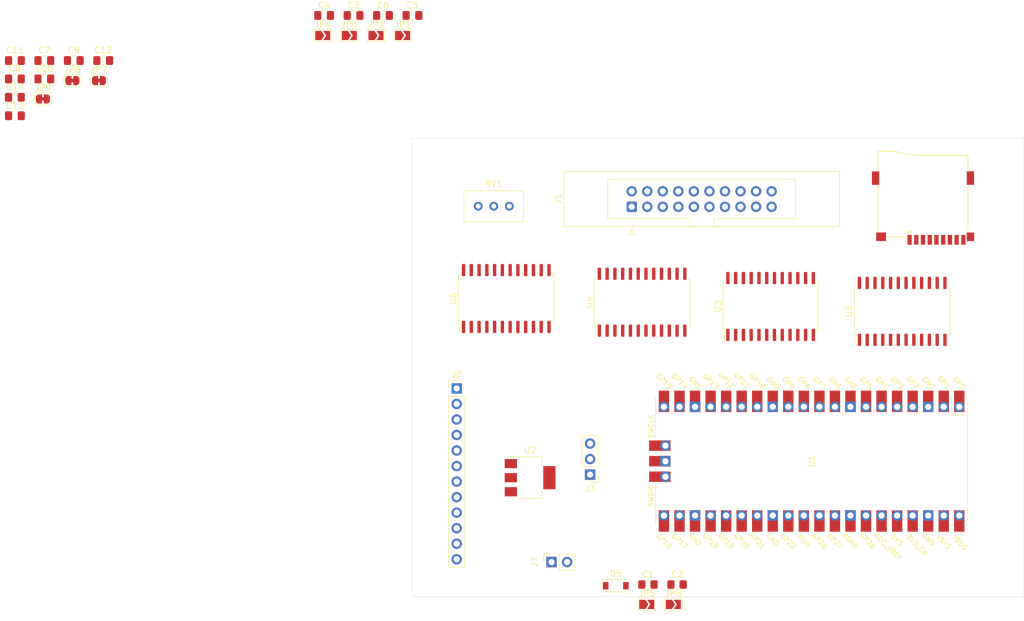
<source format=kicad_pcb>
(kicad_pcb (version 20171130) (host pcbnew 5.1.5+dfsg1-2build2)

  (general
    (thickness 1.6)
    (drawings 4)
    (tracks 0)
    (zones 0)
    (modules 36)
    (nets 62)
  )

  (page A4)
  (layers
    (0 F.Cu signal)
    (31 B.Cu signal)
    (32 B.Adhes user)
    (33 F.Adhes user)
    (34 B.Paste user)
    (35 F.Paste user)
    (36 B.SilkS user)
    (37 F.SilkS user)
    (38 B.Mask user)
    (39 F.Mask user)
    (40 Dwgs.User user)
    (41 Cmts.User user)
    (42 Eco1.User user)
    (43 Eco2.User user)
    (44 Edge.Cuts user)
    (45 Margin user)
    (46 B.CrtYd user)
    (47 F.CrtYd user)
    (48 B.Fab user)
    (49 F.Fab user)
  )

  (setup
    (last_trace_width 0.25)
    (trace_clearance 0.2)
    (zone_clearance 0.508)
    (zone_45_only no)
    (trace_min 0.2)
    (via_size 0.8)
    (via_drill 0.4)
    (via_min_size 0.4)
    (via_min_drill 0.3)
    (uvia_size 0.3)
    (uvia_drill 0.1)
    (uvias_allowed no)
    (uvia_min_size 0.2)
    (uvia_min_drill 0.1)
    (edge_width 0.05)
    (segment_width 0.2)
    (pcb_text_width 0.3)
    (pcb_text_size 1.5 1.5)
    (mod_edge_width 0.12)
    (mod_text_size 1 1)
    (mod_text_width 0.15)
    (pad_size 1.524 1.524)
    (pad_drill 0.762)
    (pad_to_mask_clearance 0.051)
    (solder_mask_min_width 0.25)
    (aux_axis_origin 0 0)
    (visible_elements FFFFFF7F)
    (pcbplotparams
      (layerselection 0x010fc_ffffffff)
      (usegerberextensions false)
      (usegerberattributes false)
      (usegerberadvancedattributes false)
      (creategerberjobfile false)
      (excludeedgelayer true)
      (linewidth 0.100000)
      (plotframeref false)
      (viasonmask false)
      (mode 1)
      (useauxorigin false)
      (hpglpennumber 1)
      (hpglpenspeed 20)
      (hpglpendiameter 15.000000)
      (psnegative false)
      (psa4output false)
      (plotreference true)
      (plotvalue true)
      (plotinvisibletext false)
      (padsonsilk false)
      (subtractmaskfromsilk false)
      (outputformat 1)
      (mirror false)
      (drillshape 1)
      (scaleselection 1)
      (outputdirectory ""))
  )

  (net 0 "")
  (net 1 GND)
  (net 2 VSYS)
  (net 3 "Net-(C2-Pad1)")
  (net 4 "Net-(D5-Pad2)")
  (net 5 +3V3)
  (net 6 "Net-(JP6-Pad2)")
  (net 7 MISO_D0)
  (net 8 WS_3V5)
  (net 9 SD_CLK)
  (net 10 MOSI_DI)
  (net 11 SD_DAT1)
  (net 12 SD_DAT2)
  (net 13 SD_SS)
  (net 14 "Net-(U1-Pad30)")
  (net 15 DRDY_3V3)
  (net 16 CS_N_3V3)
  (net 17 RESET_N_3V3)
  (net 18 A0_3V3)
  (net 19 "Net-(U1-Pad37)")
  (net 20 VBUS)
  (net 21 DBG_CLK_3V4)
  (net 22 DBG_DATA_3V3)
  (net 23 RX_CS_3V3)
  (net 24 TX_RX_3V3)
  (net 25 MOSI_3V3)
  (net 26 SCK_3V3)
  (net 27 WR_N_3V3)
  (net 28 RD_N_3V3)
  (net 29 DB7_3V3)
  (net 30 DB6_3V3)
  (net 31 DB5_3V3)
  (net 32 DB4_3V3)
  (net 33 DB3_3V3)
  (net 34 DB2_3V3)
  (net 35 DB1_3V3)
  (net 36 DB0_3V3)
  (net 37 +5V)
  (net 38 RESET_N_5V)
  (net 39 DB7_5V)
  (net 40 DB5_5V)
  (net 41 DB3_5V)
  (net 42 DB1_5V)
  (net 43 A0_5V)
  (net 44 RD_N_5V)
  (net 45 "Net-(J1-Pad17)")
  (net 46 CS_N_5V)
  (net 47 DB6_5V)
  (net 48 DB4_5V)
  (net 49 DB2_5V)
  (net 50 DB0_5V)
  (net 51 WR_N_5V)
  (net 52 "Net-(J1-Pad3)")
  (net 53 MISO_3V3)
  (net 54 TX_3V3)
  (net 55 RX_3V3)
  (net 56 "Net-(JP7-Pad1)")
  (net 57 "Net-(JP8-Pad1)")
  (net 58 "Net-(JP9-Pad1)")
  (net 59 "Net-(J3-Pad3)")
  (net 60 "Net-(J3-Pad2)")
  (net 61 "Net-(J3-Pad1)")

  (net_class Default "This is the default net class."
    (clearance 0.2)
    (trace_width 0.25)
    (via_dia 0.8)
    (via_drill 0.4)
    (uvia_dia 0.3)
    (uvia_drill 0.1)
    (add_net +3V3)
    (add_net +5V)
    (add_net A0_3V3)
    (add_net A0_5V)
    (add_net CS_N)
    (add_net CS_N_3V3)
    (add_net CS_N_5V)
    (add_net DB0_3V3)
    (add_net DB0_5V)
    (add_net DB1_3V3)
    (add_net DB1_5V)
    (add_net DB2_3V3)
    (add_net DB2_5V)
    (add_net DB3_3V3)
    (add_net DB3_5V)
    (add_net DB4_3V3)
    (add_net DB4_5V)
    (add_net DB5_3V3)
    (add_net DB5_5V)
    (add_net DB6_3V3)
    (add_net DB6_5V)
    (add_net DB7_3V3)
    (add_net DB7_5V)
    (add_net DBG_CLK_3V3)
    (add_net DBG_CLK_3V4)
    (add_net DBG_DATA_3V3)
    (add_net DRDY_3V3)
    (add_net GND)
    (add_net MISO_3V3)
    (add_net MISO_D0)
    (add_net MOSI_3V3)
    (add_net MOSI_DI)
    (add_net "Net-(C2-Pad1)")
    (add_net "Net-(D5-Pad2)")
    (add_net "Net-(J1-Pad17)")
    (add_net "Net-(J1-Pad3)")
    (add_net "Net-(J3-Pad1)")
    (add_net "Net-(J3-Pad2)")
    (add_net "Net-(J3-Pad3)")
    (add_net "Net-(JP6-Pad2)")
    (add_net "Net-(JP7-Pad1)")
    (add_net "Net-(JP8-Pad1)")
    (add_net "Net-(JP9-Pad1)")
    (add_net "Net-(U1-Pad30)")
    (add_net "Net-(U1-Pad37)")
    (add_net "Net-(U6-Pad11)")
    (add_net "Net-(U6-Pad13)")
    (add_net "Net-(U6-Pad5)")
    (add_net "Net-(XS1-Pad9)")
    (add_net RD_N_3V3)
    (add_net RD_N_5V)
    (add_net RESET_N_3V3)
    (add_net RESET_N_5V)
    (add_net RX_3V3)
    (add_net RX_CS_3V3)
    (add_net SCK_3V3)
    (add_net SD_CLK)
    (add_net SD_DAT1)
    (add_net SD_DAT2)
    (add_net SD_SS)
    (add_net TX_3V3)
    (add_net TX_RX_3V3)
    (add_net VBUS)
    (add_net VSYS)
    (add_net WR_N_3V3)
    (add_net WR_N_5V)
    (add_net WS_3V3)
    (add_net WS_3V5)
  )

  (module Connector_PinHeader_2.54mm:PinHeader_1x03_P2.54mm_Vertical (layer F.Cu) (tedit 59FED5CC) (tstamp 66574A22)
    (at 124.1 115 180)
    (descr "Through hole straight pin header, 1x03, 2.54mm pitch, single row")
    (tags "Through hole pin header THT 1x03 2.54mm single row")
    (path /6657EB52)
    (fp_text reference J3 (at 0 -2.33) (layer F.SilkS)
      (effects (font (size 1 1) (thickness 0.15)))
    )
    (fp_text value Conn_01x03_Female (at 0 7.41) (layer F.Fab)
      (effects (font (size 1 1) (thickness 0.15)))
    )
    (fp_text user %R (at 0 2.54 90) (layer F.Fab)
      (effects (font (size 1 1) (thickness 0.15)))
    )
    (fp_line (start 1.8 -1.8) (end -1.8 -1.8) (layer F.CrtYd) (width 0.05))
    (fp_line (start 1.8 6.85) (end 1.8 -1.8) (layer F.CrtYd) (width 0.05))
    (fp_line (start -1.8 6.85) (end 1.8 6.85) (layer F.CrtYd) (width 0.05))
    (fp_line (start -1.8 -1.8) (end -1.8 6.85) (layer F.CrtYd) (width 0.05))
    (fp_line (start -1.33 -1.33) (end 0 -1.33) (layer F.SilkS) (width 0.12))
    (fp_line (start -1.33 0) (end -1.33 -1.33) (layer F.SilkS) (width 0.12))
    (fp_line (start -1.33 1.27) (end 1.33 1.27) (layer F.SilkS) (width 0.12))
    (fp_line (start 1.33 1.27) (end 1.33 6.41) (layer F.SilkS) (width 0.12))
    (fp_line (start -1.33 1.27) (end -1.33 6.41) (layer F.SilkS) (width 0.12))
    (fp_line (start -1.33 6.41) (end 1.33 6.41) (layer F.SilkS) (width 0.12))
    (fp_line (start -1.27 -0.635) (end -0.635 -1.27) (layer F.Fab) (width 0.1))
    (fp_line (start -1.27 6.35) (end -1.27 -0.635) (layer F.Fab) (width 0.1))
    (fp_line (start 1.27 6.35) (end -1.27 6.35) (layer F.Fab) (width 0.1))
    (fp_line (start 1.27 -1.27) (end 1.27 6.35) (layer F.Fab) (width 0.1))
    (fp_line (start -0.635 -1.27) (end 1.27 -1.27) (layer F.Fab) (width 0.1))
    (pad 3 thru_hole oval (at 0 5.08 180) (size 1.7 1.7) (drill 1) (layers *.Cu *.Mask)
      (net 59 "Net-(J3-Pad3)"))
    (pad 2 thru_hole oval (at 0 2.54 180) (size 1.7 1.7) (drill 1) (layers *.Cu *.Mask)
      (net 60 "Net-(J3-Pad2)"))
    (pad 1 thru_hole rect (at 0 0 180) (size 1.7 1.7) (drill 1) (layers *.Cu *.Mask)
      (net 61 "Net-(J3-Pad1)"))
    (model ${KISYS3DMOD}/Connector_PinHeader_2.54mm.3dshapes/PinHeader_1x03_P2.54mm_Vertical.wrl
      (at (xyz 0 0 0))
      (scale (xyz 1 1 1))
      (rotate (xyz 0 0 0))
    )
  )

  (module Connector_PinHeader_2.54mm:PinHeader_1x12_P2.54mm_Vertical (layer F.Cu) (tedit 59FED5CC) (tstamp 66570AF1)
    (at 102.3 100.9)
    (descr "Through hole straight pin header, 1x12, 2.54mm pitch, single row")
    (tags "Through hole pin header THT 1x12 2.54mm single row")
    (path /666730A5)
    (fp_text reference J2 (at 0 -2.33) (layer F.SilkS)
      (effects (font (size 1 1) (thickness 0.15)))
    )
    (fp_text value Conn_01x12_Female (at 0 30.27) (layer F.Fab)
      (effects (font (size 1 1) (thickness 0.15)))
    )
    (fp_text user %R (at 0 13.97 90) (layer F.Fab)
      (effects (font (size 1 1) (thickness 0.15)))
    )
    (fp_line (start 1.8 -1.8) (end -1.8 -1.8) (layer F.CrtYd) (width 0.05))
    (fp_line (start 1.8 29.75) (end 1.8 -1.8) (layer F.CrtYd) (width 0.05))
    (fp_line (start -1.8 29.75) (end 1.8 29.75) (layer F.CrtYd) (width 0.05))
    (fp_line (start -1.8 -1.8) (end -1.8 29.75) (layer F.CrtYd) (width 0.05))
    (fp_line (start -1.33 -1.33) (end 0 -1.33) (layer F.SilkS) (width 0.12))
    (fp_line (start -1.33 0) (end -1.33 -1.33) (layer F.SilkS) (width 0.12))
    (fp_line (start -1.33 1.27) (end 1.33 1.27) (layer F.SilkS) (width 0.12))
    (fp_line (start 1.33 1.27) (end 1.33 29.27) (layer F.SilkS) (width 0.12))
    (fp_line (start -1.33 1.27) (end -1.33 29.27) (layer F.SilkS) (width 0.12))
    (fp_line (start -1.33 29.27) (end 1.33 29.27) (layer F.SilkS) (width 0.12))
    (fp_line (start -1.27 -0.635) (end -0.635 -1.27) (layer F.Fab) (width 0.1))
    (fp_line (start -1.27 29.21) (end -1.27 -0.635) (layer F.Fab) (width 0.1))
    (fp_line (start 1.27 29.21) (end -1.27 29.21) (layer F.Fab) (width 0.1))
    (fp_line (start 1.27 -1.27) (end 1.27 29.21) (layer F.Fab) (width 0.1))
    (fp_line (start -0.635 -1.27) (end 1.27 -1.27) (layer F.Fab) (width 0.1))
    (pad 12 thru_hole oval (at 0 27.94) (size 1.7 1.7) (drill 1) (layers *.Cu *.Mask))
    (pad 11 thru_hole oval (at 0 25.4) (size 1.7 1.7) (drill 1) (layers *.Cu *.Mask))
    (pad 10 thru_hole oval (at 0 22.86) (size 1.7 1.7) (drill 1) (layers *.Cu *.Mask)
      (net 22 DBG_DATA_3V3))
    (pad 9 thru_hole oval (at 0 20.32) (size 1.7 1.7) (drill 1) (layers *.Cu *.Mask)
      (net 53 MISO_3V3))
    (pad 8 thru_hole oval (at 0 17.78) (size 1.7 1.7) (drill 1) (layers *.Cu *.Mask)
      (net 26 SCK_3V3))
    (pad 7 thru_hole oval (at 0 15.24) (size 1.7 1.7) (drill 1) (layers *.Cu *.Mask)
      (net 25 MOSI_3V3))
    (pad 6 thru_hole oval (at 0 12.7) (size 1.7 1.7) (drill 1) (layers *.Cu *.Mask)
      (net 15 DRDY_3V3))
    (pad 5 thru_hole oval (at 0 10.16) (size 1.7 1.7) (drill 1) (layers *.Cu *.Mask)
      (net 54 TX_3V3))
    (pad 4 thru_hole oval (at 0 7.62) (size 1.7 1.7) (drill 1) (layers *.Cu *.Mask)
      (net 55 RX_3V3))
    (pad 3 thru_hole oval (at 0 5.08) (size 1.7 1.7) (drill 1) (layers *.Cu *.Mask)
      (net 5 +3V3))
    (pad 2 thru_hole oval (at 0 2.54) (size 1.7 1.7) (drill 1) (layers *.Cu *.Mask)
      (net 1 GND))
    (pad 1 thru_hole rect (at 0 0) (size 1.7 1.7) (drill 1) (layers *.Cu *.Mask)
      (net 37 +5V))
    (model ${KISYS3DMOD}/Connector_PinHeader_2.54mm.3dshapes/PinHeader_1x12_P2.54mm_Vertical.wrl
      (at (xyz 0 0 0))
      (scale (xyz 1 1 1))
      (rotate (xyz 0 0 0))
    )
  )

  (module ajm_kicad:Conn_uSDcard (layer F.Cu) (tedit 6038937F) (tstamp 6656BCC1)
    (at 178.5 66.1 180)
    (path /66550E74)
    (fp_text reference XS1 (at 0 1 180) (layer F.Fab)
      (effects (font (size 0.6 0.6) (thickness 0.1)))
    )
    (fp_text value 502p_SD_ebay-uSD-push_push_SMD (at 0 0 180) (layer F.Fab)
      (effects (font (size 0.6 0.5) (thickness 0.1)))
    )
    (fp_line (start -7.35 -10) (end -7.35 3.3) (layer F.Fab) (width 0.05))
    (fp_line (start 7.35 -10) (end 7.35 4) (layer F.Fab) (width 0.05))
    (fp_line (start -7.35 -10) (end 7.35 -10) (layer F.Fab) (width 0.05))
    (fp_line (start -7.35 3.3) (end 0 3.3) (layer F.Fab) (width 0.05))
    (fp_line (start 4.65 4) (end 7.35 4) (layer F.Fab) (width 0.05))
    (fp_line (start 4.65 8.6) (end 4.65 4) (layer F.Fab) (width 0.05))
    (fp_line (start -5.85 9.3) (end 3.95 9.3) (layer F.Fab) (width 0.05))
    (fp_line (start -6.55 8.6) (end -6.55 3.3) (layer F.Fab) (width 0.05))
    (fp_line (start 2.8 -10) (end 5.8 -10) (layer F.SilkS) (width 0.15))
    (fp_line (start 3.5 3.7) (end 4.7 4) (layer F.Fab) (width 0.05))
    (fp_line (start 1.7 3.4) (end 3.5 3.7) (layer F.Fab) (width 0.05))
    (fp_line (start 0 3.3) (end 1.7 3.4) (layer F.Fab) (width 0.05))
    (fp_line (start 5 4.5) (end 9 4.5) (layer Cmts.User) (width 0.05))
    (fp_line (start 4 3.5) (end 5 4.5) (layer Cmts.User) (width 0.05))
    (fp_line (start -6 3.5) (end 4 3.5) (layer Cmts.User) (width 0.05))
    (fp_line (start -7 4.5) (end -6 3.5) (layer Cmts.User) (width 0.05))
    (fp_line (start -9 4.5) (end -7 4.5) (layer Cmts.User) (width 0.05))
    (fp_line (start 7.75 1) (end 7.75 4.5) (layer F.CrtYd) (width 0.05))
    (fp_line (start 8.75 1) (end 7.75 1) (layer F.CrtYd) (width 0.05))
    (fp_line (start 8.75 -1.75) (end 8.75 1) (layer F.CrtYd) (width 0.05))
    (fp_line (start 7.75 -1.75) (end 8.75 -1.75) (layer F.CrtYd) (width 0.05))
    (fp_line (start 7.75 -9) (end 7.75 -1.75) (layer F.CrtYd) (width 0.05))
    (fp_line (start 8 -9) (end 7.75 -9) (layer F.CrtYd) (width 0.05))
    (fp_line (start 8 -11) (end 8 -9) (layer F.CrtYd) (width 0.05))
    (fp_line (start 5.75 -11) (end 8 -11) (layer F.CrtYd) (width 0.05))
    (fp_line (start 5.75 -10.25) (end 5.75 -11) (layer F.CrtYd) (width 0.05))
    (fp_line (start 2.75 -10.25) (end 5.75 -10.25) (layer F.CrtYd) (width 0.05))
    (fp_line (start 2.75 -11.5) (end 2.75 -10.25) (layer F.CrtYd) (width 0.05))
    (fp_line (start -7.25 -11.5) (end 2.75 -11.5) (layer F.CrtYd) (width 0.05))
    (fp_line (start -7.25 -11) (end -7.25 -11.5) (layer F.CrtYd) (width 0.05))
    (fp_line (start -8.75 -11) (end -7.25 -11) (layer F.CrtYd) (width 0.05))
    (fp_line (start -8.75 -9) (end -8.75 -11) (layer F.CrtYd) (width 0.05))
    (fp_line (start -7.75 -9) (end -8.75 -9) (layer F.CrtYd) (width 0.05))
    (fp_line (start -7.75 -1.75) (end -7.75 -9) (layer F.CrtYd) (width 0.05))
    (fp_line (start -8.75 -1.75) (end -7.75 -1.75) (layer F.CrtYd) (width 0.05))
    (fp_line (start -8.75 1) (end -8.75 -1.75) (layer F.CrtYd) (width 0.05))
    (fp_line (start -7.75 1) (end -8.75 1) (layer F.CrtYd) (width 0.05))
    (fp_line (start -7.75 4.5) (end -7.75 1) (layer F.CrtYd) (width 0.05))
    (fp_line (start 2.35 -9.1) (end 2.35 -9.4) (layer F.SilkS) (width 0.15))
    (fp_line (start 2.05 -9.1) (end 2.35 -9.1) (layer F.SilkS) (width 0.15))
    (fp_line (start 2.05 -9.4) (end 2.05 -9.1) (layer F.SilkS) (width 0.15))
    (fp_line (start 2.35 -9.4) (end 2.05 -9.4) (layer F.SilkS) (width 0.15))
    (fp_line (start 7.35 -9.5) (end 6.85 -10) (layer F.Fab) (width 0.05))
    (fp_line (start 7.35 -9) (end 7.35 -1.8) (layer F.SilkS) (width 0.15))
    (fp_line (start 7.35 4) (end 7.35 1) (layer F.SilkS) (width 0.15))
    (fp_line (start 4.65 4) (end 7.35 4) (layer F.SilkS) (width 0.15))
    (fp_line (start -7.35 1) (end -7.35 3.3) (layer F.SilkS) (width 0.15))
    (fp_line (start -7.35 -1.8) (end -7.35 -9) (layer F.SilkS) (width 0.15))
    (fp_line (start 2.8 -10) (end 2.8 -11.3) (layer F.SilkS) (width 0.15))
    (fp_line (start 3.6 3.7) (end 4.65 4) (layer F.SilkS) (width 0.15))
    (fp_line (start 2.5 3.5) (end 3.6 3.7) (layer F.SilkS) (width 0.15))
    (fp_line (start 1.35 3.35) (end 2.5 3.5) (layer F.SilkS) (width 0.15))
    (fp_line (start 0 3.3) (end 1.35 3.35) (layer F.SilkS) (width 0.15))
    (fp_line (start -7.35 3.3) (end 0 3.3) (layer F.SilkS) (width 0.15))
    (fp_arc (start 3.95 8.6) (end 4.65 8.6) (angle 90) (layer F.Fab) (width 0.05))
    (fp_arc (start -5.85 8.6) (end -6.55 8.6) (angle -90) (layer F.Fab) (width 0.05))
    (fp_text user %R (at 2.1 -9.35 180) (layer Eco1.User)
      (effects (font (size 0.3 0.3) (thickness 0.03)))
    )
    (pad 3 smd rect (at 0 -10.5 180) (size 0.7 1.6) (layers F.Cu F.Paste F.Mask)
      (net 10 MOSI_DI))
    (pad 2 smd rect (at 1.1 -10.5 180) (size 0.7 1.6) (layers F.Cu F.Paste F.Mask)
      (net 13 SD_SS))
    (pad 1 smd rect (at 2.2 -10.5 180) (size 0.7 1.6) (layers F.Cu F.Paste F.Mask)
      (net 12 SD_DAT2))
    (pad 4 smd rect (at -1.1 -10.5 180) (size 0.7 1.6) (layers F.Cu F.Paste F.Mask)
      (net 5 +3V3))
    (pad 5 smd rect (at -2.2 -10.5 180) (size 0.7 1.6) (layers F.Cu F.Paste F.Mask)
      (net 9 SD_CLK))
    (pad 6 smd rect (at -3.3 -10.5 180) (size 0.7 1.6) (layers F.Cu F.Paste F.Mask)
      (net 1 GND))
    (pad 8 smd rect (at -5.5 -10.5 180) (size 0.7 1.6) (layers F.Cu F.Paste F.Mask)
      (net 11 SD_DAT1))
    (pad 7 smd rect (at -4.4 -10.5 180) (size 0.7 1.6) (layers F.Cu F.Paste F.Mask)
      (net 7 MISO_D0))
    (pad 9 smd rect (at -6.6 -10.5 180) (size 0.7 1.6) (layers F.Cu F.Paste F.Mask))
    (pad 6 smd rect (at -7.75 -10 180) (size 1.2 1.4) (layers F.Cu F.Paste F.Mask)
      (net 1 GND))
    (pad 6 smd rect (at 6.85 -10 180) (size 1.6 1.4) (layers F.Cu F.Paste F.Mask)
      (net 1 GND))
    (pad 6 smd rect (at -7.75 -0.4 180) (size 1.2 2.2) (layers F.Cu F.Paste F.Mask)
      (net 1 GND))
    (pad 6 smd rect (at 7.75 -0.4 180) (size 1.2 2.2) (layers F.Cu F.Paste F.Mask)
      (net 1 GND))
  )

  (module Package_SO:SOP-24_7.5x15.4mm_P1.27mm (layer F.Cu) (tedit 5D9F72B1) (tstamp 66570E47)
    (at 110.4 86.2 90)
    (descr "SOP, 24 Pin (http://www.issi.com/WW/pdf/31FL3218.pdf#page=14), generated with kicad-footprint-generator ipc_gullwing_generator.py")
    (tags "SOP SO")
    (path /666381E1/6665EA7D)
    (attr smd)
    (fp_text reference U6 (at 0 -8.65 90) (layer F.SilkS)
      (effects (font (size 1 1) (thickness 0.15)))
    )
    (fp_text value ajm_cd40109 (at 0 8.65 90) (layer F.Fab)
      (effects (font (size 1 1) (thickness 0.15)))
    )
    (fp_text user %R (at 0 0 90) (layer F.Fab)
      (effects (font (size 1 1) (thickness 0.15)))
    )
    (fp_line (start 5.9 -7.95) (end -5.9 -7.95) (layer F.CrtYd) (width 0.05))
    (fp_line (start 5.9 7.95) (end 5.9 -7.95) (layer F.CrtYd) (width 0.05))
    (fp_line (start -5.9 7.95) (end 5.9 7.95) (layer F.CrtYd) (width 0.05))
    (fp_line (start -5.9 -7.95) (end -5.9 7.95) (layer F.CrtYd) (width 0.05))
    (fp_line (start -3.75 -6.7) (end -2.75 -7.7) (layer F.Fab) (width 0.1))
    (fp_line (start -3.75 7.7) (end -3.75 -6.7) (layer F.Fab) (width 0.1))
    (fp_line (start 3.75 7.7) (end -3.75 7.7) (layer F.Fab) (width 0.1))
    (fp_line (start 3.75 -7.7) (end 3.75 7.7) (layer F.Fab) (width 0.1))
    (fp_line (start -2.75 -7.7) (end 3.75 -7.7) (layer F.Fab) (width 0.1))
    (fp_line (start -3.86 -7.52) (end -5.65 -7.52) (layer F.SilkS) (width 0.12))
    (fp_line (start -3.86 -7.81) (end -3.86 -7.52) (layer F.SilkS) (width 0.12))
    (fp_line (start 0 -7.81) (end -3.86 -7.81) (layer F.SilkS) (width 0.12))
    (fp_line (start 3.86 -7.81) (end 3.86 -7.52) (layer F.SilkS) (width 0.12))
    (fp_line (start 0 -7.81) (end 3.86 -7.81) (layer F.SilkS) (width 0.12))
    (fp_line (start -3.86 7.81) (end -3.86 7.52) (layer F.SilkS) (width 0.12))
    (fp_line (start 0 7.81) (end -3.86 7.81) (layer F.SilkS) (width 0.12))
    (fp_line (start 3.86 7.81) (end 3.86 7.52) (layer F.SilkS) (width 0.12))
    (fp_line (start 0 7.81) (end 3.86 7.81) (layer F.SilkS) (width 0.12))
    (pad 24 smd roundrect (at 4.65 -6.985 90) (size 2 0.55) (layers F.Cu F.Paste F.Mask) (roundrect_rratio 0.25))
    (pad 23 smd roundrect (at 4.65 -5.715 90) (size 2 0.55) (layers F.Cu F.Paste F.Mask) (roundrect_rratio 0.25))
    (pad 22 smd roundrect (at 4.65 -4.445 90) (size 2 0.55) (layers F.Cu F.Paste F.Mask) (roundrect_rratio 0.25))
    (pad 21 smd roundrect (at 4.65 -3.175 90) (size 2 0.55) (layers F.Cu F.Paste F.Mask) (roundrect_rratio 0.25))
    (pad 20 smd roundrect (at 4.65 -1.905 90) (size 2 0.55) (layers F.Cu F.Paste F.Mask) (roundrect_rratio 0.25))
    (pad 19 smd roundrect (at 4.65 -0.635 90) (size 2 0.55) (layers F.Cu F.Paste F.Mask) (roundrect_rratio 0.25))
    (pad 18 smd roundrect (at 4.65 0.635 90) (size 2 0.55) (layers F.Cu F.Paste F.Mask) (roundrect_rratio 0.25))
    (pad 17 smd roundrect (at 4.65 1.905 90) (size 2 0.55) (layers F.Cu F.Paste F.Mask) (roundrect_rratio 0.25))
    (pad 16 smd roundrect (at 4.65 3.175 90) (size 2 0.55) (layers F.Cu F.Paste F.Mask) (roundrect_rratio 0.25)
      (net 5 +3V3))
    (pad 15 smd roundrect (at 4.65 4.445 90) (size 2 0.55) (layers F.Cu F.Paste F.Mask) (roundrect_rratio 0.25)
      (net 37 +5V))
    (pad 14 smd roundrect (at 4.65 5.715 90) (size 2 0.55) (layers F.Cu F.Paste F.Mask) (roundrect_rratio 0.25)
      (net 58 "Net-(JP9-Pad1)"))
    (pad 13 smd roundrect (at 4.65 6.985 90) (size 2 0.55) (layers F.Cu F.Paste F.Mask) (roundrect_rratio 0.25))
    (pad 12 smd roundrect (at -4.65 6.985 90) (size 2 0.55) (layers F.Cu F.Paste F.Mask) (roundrect_rratio 0.25))
    (pad 11 smd roundrect (at -4.65 5.715 90) (size 2 0.55) (layers F.Cu F.Paste F.Mask) (roundrect_rratio 0.25))
    (pad 10 smd roundrect (at -4.65 4.445 90) (size 2 0.55) (layers F.Cu F.Paste F.Mask) (roundrect_rratio 0.25)
      (net 57 "Net-(JP8-Pad1)"))
    (pad 9 smd roundrect (at -4.65 3.175 90) (size 2 0.55) (layers F.Cu F.Paste F.Mask) (roundrect_rratio 0.25)
      (net 37 +5V))
    (pad 8 smd roundrect (at -4.65 1.905 90) (size 2 0.55) (layers F.Cu F.Paste F.Mask) (roundrect_rratio 0.25)
      (net 1 GND))
    (pad 7 smd roundrect (at -4.65 0.635 90) (size 2 0.55) (layers F.Cu F.Paste F.Mask) (roundrect_rratio 0.25)
      (net 37 +5V))
    (pad 6 smd roundrect (at -4.65 -0.635 90) (size 2 0.55) (layers F.Cu F.Paste F.Mask) (roundrect_rratio 0.25)
      (net 56 "Net-(JP7-Pad1)"))
    (pad 5 smd roundrect (at -4.65 -1.905 90) (size 2 0.55) (layers F.Cu F.Paste F.Mask) (roundrect_rratio 0.25))
    (pad 4 smd roundrect (at -4.65 -3.175 90) (size 2 0.55) (layers F.Cu F.Paste F.Mask) (roundrect_rratio 0.25)
      (net 46 CS_N_5V))
    (pad 3 smd roundrect (at -4.65 -4.445 90) (size 2 0.55) (layers F.Cu F.Paste F.Mask) (roundrect_rratio 0.25)
      (net 16 CS_N_3V3))
    (pad 2 smd roundrect (at -4.65 -5.715 90) (size 2 0.55) (layers F.Cu F.Paste F.Mask) (roundrect_rratio 0.25)
      (net 37 +5V))
    (pad 1 smd roundrect (at -4.65 -6.985 90) (size 2 0.55) (layers F.Cu F.Paste F.Mask) (roundrect_rratio 0.25)
      (net 37 +5V))
    (model ${KISYS3DMOD}/Package_SO.3dshapes/SOP-24_7.5x15.4mm_P1.27mm.wrl
      (at (xyz 0 0 0))
      (scale (xyz 1 1 1))
      (rotate (xyz 0 0 0))
    )
  )

  (module Package_SO:SOP-24_7.5x15.4mm_P1.27mm (layer F.Cu) (tedit 5D9F72B1) (tstamp 66570E18)
    (at 175.1 88.3 90)
    (descr "SOP, 24 Pin (http://www.issi.com/WW/pdf/31FL3218.pdf#page=14), generated with kicad-footprint-generator ipc_gullwing_generator.py")
    (tags "SOP SO")
    (path /666381E1/6665C0CB)
    (attr smd)
    (fp_text reference U5 (at 0 -8.65 90) (layer F.SilkS)
      (effects (font (size 1 1) (thickness 0.15)))
    )
    (fp_text value ajm_cd40109 (at 0 8.65 90) (layer F.Fab)
      (effects (font (size 1 1) (thickness 0.15)))
    )
    (fp_text user %R (at 0 0 90) (layer F.Fab)
      (effects (font (size 1 1) (thickness 0.15)))
    )
    (fp_line (start 5.9 -7.95) (end -5.9 -7.95) (layer F.CrtYd) (width 0.05))
    (fp_line (start 5.9 7.95) (end 5.9 -7.95) (layer F.CrtYd) (width 0.05))
    (fp_line (start -5.9 7.95) (end 5.9 7.95) (layer F.CrtYd) (width 0.05))
    (fp_line (start -5.9 -7.95) (end -5.9 7.95) (layer F.CrtYd) (width 0.05))
    (fp_line (start -3.75 -6.7) (end -2.75 -7.7) (layer F.Fab) (width 0.1))
    (fp_line (start -3.75 7.7) (end -3.75 -6.7) (layer F.Fab) (width 0.1))
    (fp_line (start 3.75 7.7) (end -3.75 7.7) (layer F.Fab) (width 0.1))
    (fp_line (start 3.75 -7.7) (end 3.75 7.7) (layer F.Fab) (width 0.1))
    (fp_line (start -2.75 -7.7) (end 3.75 -7.7) (layer F.Fab) (width 0.1))
    (fp_line (start -3.86 -7.52) (end -5.65 -7.52) (layer F.SilkS) (width 0.12))
    (fp_line (start -3.86 -7.81) (end -3.86 -7.52) (layer F.SilkS) (width 0.12))
    (fp_line (start 0 -7.81) (end -3.86 -7.81) (layer F.SilkS) (width 0.12))
    (fp_line (start 3.86 -7.81) (end 3.86 -7.52) (layer F.SilkS) (width 0.12))
    (fp_line (start 0 -7.81) (end 3.86 -7.81) (layer F.SilkS) (width 0.12))
    (fp_line (start -3.86 7.81) (end -3.86 7.52) (layer F.SilkS) (width 0.12))
    (fp_line (start 0 7.81) (end -3.86 7.81) (layer F.SilkS) (width 0.12))
    (fp_line (start 3.86 7.81) (end 3.86 7.52) (layer F.SilkS) (width 0.12))
    (fp_line (start 0 7.81) (end 3.86 7.81) (layer F.SilkS) (width 0.12))
    (pad 24 smd roundrect (at 4.65 -6.985 90) (size 2 0.55) (layers F.Cu F.Paste F.Mask) (roundrect_rratio 0.25))
    (pad 23 smd roundrect (at 4.65 -5.715 90) (size 2 0.55) (layers F.Cu F.Paste F.Mask) (roundrect_rratio 0.25))
    (pad 22 smd roundrect (at 4.65 -4.445 90) (size 2 0.55) (layers F.Cu F.Paste F.Mask) (roundrect_rratio 0.25))
    (pad 21 smd roundrect (at 4.65 -3.175 90) (size 2 0.55) (layers F.Cu F.Paste F.Mask) (roundrect_rratio 0.25))
    (pad 20 smd roundrect (at 4.65 -1.905 90) (size 2 0.55) (layers F.Cu F.Paste F.Mask) (roundrect_rratio 0.25))
    (pad 19 smd roundrect (at 4.65 -0.635 90) (size 2 0.55) (layers F.Cu F.Paste F.Mask) (roundrect_rratio 0.25))
    (pad 18 smd roundrect (at 4.65 0.635 90) (size 2 0.55) (layers F.Cu F.Paste F.Mask) (roundrect_rratio 0.25))
    (pad 17 smd roundrect (at 4.65 1.905 90) (size 2 0.55) (layers F.Cu F.Paste F.Mask) (roundrect_rratio 0.25))
    (pad 16 smd roundrect (at 4.65 3.175 90) (size 2 0.55) (layers F.Cu F.Paste F.Mask) (roundrect_rratio 0.25)
      (net 5 +3V3))
    (pad 15 smd roundrect (at 4.65 4.445 90) (size 2 0.55) (layers F.Cu F.Paste F.Mask) (roundrect_rratio 0.25)
      (net 37 +5V))
    (pad 14 smd roundrect (at 4.65 5.715 90) (size 2 0.55) (layers F.Cu F.Paste F.Mask) (roundrect_rratio 0.25)
      (net 17 RESET_N_3V3))
    (pad 13 smd roundrect (at 4.65 6.985 90) (size 2 0.55) (layers F.Cu F.Paste F.Mask) (roundrect_rratio 0.25)
      (net 38 RESET_N_5V))
    (pad 12 smd roundrect (at -4.65 6.985 90) (size 2 0.55) (layers F.Cu F.Paste F.Mask) (roundrect_rratio 0.25))
    (pad 11 smd roundrect (at -4.65 5.715 90) (size 2 0.55) (layers F.Cu F.Paste F.Mask) (roundrect_rratio 0.25)
      (net 43 A0_5V))
    (pad 10 smd roundrect (at -4.65 4.445 90) (size 2 0.55) (layers F.Cu F.Paste F.Mask) (roundrect_rratio 0.25)
      (net 18 A0_3V3))
    (pad 9 smd roundrect (at -4.65 3.175 90) (size 2 0.55) (layers F.Cu F.Paste F.Mask) (roundrect_rratio 0.25)
      (net 37 +5V))
    (pad 8 smd roundrect (at -4.65 1.905 90) (size 2 0.55) (layers F.Cu F.Paste F.Mask) (roundrect_rratio 0.25)
      (net 1 GND))
    (pad 7 smd roundrect (at -4.65 0.635 90) (size 2 0.55) (layers F.Cu F.Paste F.Mask) (roundrect_rratio 0.25)
      (net 37 +5V))
    (pad 6 smd roundrect (at -4.65 -0.635 90) (size 2 0.55) (layers F.Cu F.Paste F.Mask) (roundrect_rratio 0.25)
      (net 27 WR_N_3V3))
    (pad 5 smd roundrect (at -4.65 -1.905 90) (size 2 0.55) (layers F.Cu F.Paste F.Mask) (roundrect_rratio 0.25)
      (net 51 WR_N_5V))
    (pad 4 smd roundrect (at -4.65 -3.175 90) (size 2 0.55) (layers F.Cu F.Paste F.Mask) (roundrect_rratio 0.25)
      (net 44 RD_N_5V))
    (pad 3 smd roundrect (at -4.65 -4.445 90) (size 2 0.55) (layers F.Cu F.Paste F.Mask) (roundrect_rratio 0.25)
      (net 28 RD_N_3V3))
    (pad 2 smd roundrect (at -4.65 -5.715 90) (size 2 0.55) (layers F.Cu F.Paste F.Mask) (roundrect_rratio 0.25)
      (net 37 +5V))
    (pad 1 smd roundrect (at -4.65 -6.985 90) (size 2 0.55) (layers F.Cu F.Paste F.Mask) (roundrect_rratio 0.25)
      (net 37 +5V))
    (model ${KISYS3DMOD}/Package_SO.3dshapes/SOP-24_7.5x15.4mm_P1.27mm.wrl
      (at (xyz 0 0 0))
      (scale (xyz 1 1 1))
      (rotate (xyz 0 0 0))
    )
  )

  (module Package_SO:SOP-24_7.5x15.4mm_P1.27mm (layer F.Cu) (tedit 5D9F72B1) (tstamp 66570DE9)
    (at 132.6 86.8 90)
    (descr "SOP, 24 Pin (http://www.issi.com/WW/pdf/31FL3218.pdf#page=14), generated with kicad-footprint-generator ipc_gullwing_generator.py")
    (tags "SOP SO")
    (path /666381E1/666595ED)
    (attr smd)
    (fp_text reference U4 (at 0 -8.65 90) (layer F.SilkS)
      (effects (font (size 1 1) (thickness 0.15)))
    )
    (fp_text value ajm_cd40109 (at 0 8.65 90) (layer F.Fab)
      (effects (font (size 1 1) (thickness 0.15)))
    )
    (fp_text user %R (at 0 0 90) (layer F.Fab)
      (effects (font (size 1 1) (thickness 0.15)))
    )
    (fp_line (start 5.9 -7.95) (end -5.9 -7.95) (layer F.CrtYd) (width 0.05))
    (fp_line (start 5.9 7.95) (end 5.9 -7.95) (layer F.CrtYd) (width 0.05))
    (fp_line (start -5.9 7.95) (end 5.9 7.95) (layer F.CrtYd) (width 0.05))
    (fp_line (start -5.9 -7.95) (end -5.9 7.95) (layer F.CrtYd) (width 0.05))
    (fp_line (start -3.75 -6.7) (end -2.75 -7.7) (layer F.Fab) (width 0.1))
    (fp_line (start -3.75 7.7) (end -3.75 -6.7) (layer F.Fab) (width 0.1))
    (fp_line (start 3.75 7.7) (end -3.75 7.7) (layer F.Fab) (width 0.1))
    (fp_line (start 3.75 -7.7) (end 3.75 7.7) (layer F.Fab) (width 0.1))
    (fp_line (start -2.75 -7.7) (end 3.75 -7.7) (layer F.Fab) (width 0.1))
    (fp_line (start -3.86 -7.52) (end -5.65 -7.52) (layer F.SilkS) (width 0.12))
    (fp_line (start -3.86 -7.81) (end -3.86 -7.52) (layer F.SilkS) (width 0.12))
    (fp_line (start 0 -7.81) (end -3.86 -7.81) (layer F.SilkS) (width 0.12))
    (fp_line (start 3.86 -7.81) (end 3.86 -7.52) (layer F.SilkS) (width 0.12))
    (fp_line (start 0 -7.81) (end 3.86 -7.81) (layer F.SilkS) (width 0.12))
    (fp_line (start -3.86 7.81) (end -3.86 7.52) (layer F.SilkS) (width 0.12))
    (fp_line (start 0 7.81) (end -3.86 7.81) (layer F.SilkS) (width 0.12))
    (fp_line (start 3.86 7.81) (end 3.86 7.52) (layer F.SilkS) (width 0.12))
    (fp_line (start 0 7.81) (end 3.86 7.81) (layer F.SilkS) (width 0.12))
    (pad 24 smd roundrect (at 4.65 -6.985 90) (size 2 0.55) (layers F.Cu F.Paste F.Mask) (roundrect_rratio 0.25))
    (pad 23 smd roundrect (at 4.65 -5.715 90) (size 2 0.55) (layers F.Cu F.Paste F.Mask) (roundrect_rratio 0.25))
    (pad 22 smd roundrect (at 4.65 -4.445 90) (size 2 0.55) (layers F.Cu F.Paste F.Mask) (roundrect_rratio 0.25))
    (pad 21 smd roundrect (at 4.65 -3.175 90) (size 2 0.55) (layers F.Cu F.Paste F.Mask) (roundrect_rratio 0.25))
    (pad 20 smd roundrect (at 4.65 -1.905 90) (size 2 0.55) (layers F.Cu F.Paste F.Mask) (roundrect_rratio 0.25))
    (pad 19 smd roundrect (at 4.65 -0.635 90) (size 2 0.55) (layers F.Cu F.Paste F.Mask) (roundrect_rratio 0.25))
    (pad 18 smd roundrect (at 4.65 0.635 90) (size 2 0.55) (layers F.Cu F.Paste F.Mask) (roundrect_rratio 0.25))
    (pad 17 smd roundrect (at 4.65 1.905 90) (size 2 0.55) (layers F.Cu F.Paste F.Mask) (roundrect_rratio 0.25))
    (pad 16 smd roundrect (at 4.65 3.175 90) (size 2 0.55) (layers F.Cu F.Paste F.Mask) (roundrect_rratio 0.25)
      (net 5 +3V3))
    (pad 15 smd roundrect (at 4.65 4.445 90) (size 2 0.55) (layers F.Cu F.Paste F.Mask) (roundrect_rratio 0.25)
      (net 37 +5V))
    (pad 14 smd roundrect (at 4.65 5.715 90) (size 2 0.55) (layers F.Cu F.Paste F.Mask) (roundrect_rratio 0.25)
      (net 29 DB7_3V3))
    (pad 13 smd roundrect (at 4.65 6.985 90) (size 2 0.55) (layers F.Cu F.Paste F.Mask) (roundrect_rratio 0.25)
      (net 39 DB7_5V))
    (pad 12 smd roundrect (at -4.65 6.985 90) (size 2 0.55) (layers F.Cu F.Paste F.Mask) (roundrect_rratio 0.25))
    (pad 11 smd roundrect (at -4.65 5.715 90) (size 2 0.55) (layers F.Cu F.Paste F.Mask) (roundrect_rratio 0.25)
      (net 47 DB6_5V))
    (pad 10 smd roundrect (at -4.65 4.445 90) (size 2 0.55) (layers F.Cu F.Paste F.Mask) (roundrect_rratio 0.25)
      (net 30 DB6_3V3))
    (pad 9 smd roundrect (at -4.65 3.175 90) (size 2 0.55) (layers F.Cu F.Paste F.Mask) (roundrect_rratio 0.25)
      (net 37 +5V))
    (pad 8 smd roundrect (at -4.65 1.905 90) (size 2 0.55) (layers F.Cu F.Paste F.Mask) (roundrect_rratio 0.25)
      (net 1 GND))
    (pad 7 smd roundrect (at -4.65 0.635 90) (size 2 0.55) (layers F.Cu F.Paste F.Mask) (roundrect_rratio 0.25)
      (net 37 +5V))
    (pad 6 smd roundrect (at -4.65 -0.635 90) (size 2 0.55) (layers F.Cu F.Paste F.Mask) (roundrect_rratio 0.25)
      (net 31 DB5_3V3))
    (pad 5 smd roundrect (at -4.65 -1.905 90) (size 2 0.55) (layers F.Cu F.Paste F.Mask) (roundrect_rratio 0.25)
      (net 40 DB5_5V))
    (pad 4 smd roundrect (at -4.65 -3.175 90) (size 2 0.55) (layers F.Cu F.Paste F.Mask) (roundrect_rratio 0.25)
      (net 48 DB4_5V))
    (pad 3 smd roundrect (at -4.65 -4.445 90) (size 2 0.55) (layers F.Cu F.Paste F.Mask) (roundrect_rratio 0.25)
      (net 32 DB4_3V3))
    (pad 2 smd roundrect (at -4.65 -5.715 90) (size 2 0.55) (layers F.Cu F.Paste F.Mask) (roundrect_rratio 0.25)
      (net 37 +5V))
    (pad 1 smd roundrect (at -4.65 -6.985 90) (size 2 0.55) (layers F.Cu F.Paste F.Mask) (roundrect_rratio 0.25)
      (net 37 +5V))
    (model ${KISYS3DMOD}/Package_SO.3dshapes/SOP-24_7.5x15.4mm_P1.27mm.wrl
      (at (xyz 0 0 0))
      (scale (xyz 1 1 1))
      (rotate (xyz 0 0 0))
    )
  )

  (module Package_SO:SOP-24_7.5x15.4mm_P1.27mm (layer F.Cu) (tedit 5D9F72B1) (tstamp 66570DBA)
    (at 153.6 87.5 90)
    (descr "SOP, 24 Pin (http://www.issi.com/WW/pdf/31FL3218.pdf#page=14), generated with kicad-footprint-generator ipc_gullwing_generator.py")
    (tags "SOP SO")
    (path /666381E1/6663EFA7)
    (attr smd)
    (fp_text reference U3 (at 0 -8.65 90) (layer F.SilkS)
      (effects (font (size 1 1) (thickness 0.15)))
    )
    (fp_text value ajm_cd40109 (at 0 8.65 90) (layer F.Fab)
      (effects (font (size 1 1) (thickness 0.15)))
    )
    (fp_text user %R (at 0 0 90) (layer F.Fab)
      (effects (font (size 1 1) (thickness 0.15)))
    )
    (fp_line (start 5.9 -7.95) (end -5.9 -7.95) (layer F.CrtYd) (width 0.05))
    (fp_line (start 5.9 7.95) (end 5.9 -7.95) (layer F.CrtYd) (width 0.05))
    (fp_line (start -5.9 7.95) (end 5.9 7.95) (layer F.CrtYd) (width 0.05))
    (fp_line (start -5.9 -7.95) (end -5.9 7.95) (layer F.CrtYd) (width 0.05))
    (fp_line (start -3.75 -6.7) (end -2.75 -7.7) (layer F.Fab) (width 0.1))
    (fp_line (start -3.75 7.7) (end -3.75 -6.7) (layer F.Fab) (width 0.1))
    (fp_line (start 3.75 7.7) (end -3.75 7.7) (layer F.Fab) (width 0.1))
    (fp_line (start 3.75 -7.7) (end 3.75 7.7) (layer F.Fab) (width 0.1))
    (fp_line (start -2.75 -7.7) (end 3.75 -7.7) (layer F.Fab) (width 0.1))
    (fp_line (start -3.86 -7.52) (end -5.65 -7.52) (layer F.SilkS) (width 0.12))
    (fp_line (start -3.86 -7.81) (end -3.86 -7.52) (layer F.SilkS) (width 0.12))
    (fp_line (start 0 -7.81) (end -3.86 -7.81) (layer F.SilkS) (width 0.12))
    (fp_line (start 3.86 -7.81) (end 3.86 -7.52) (layer F.SilkS) (width 0.12))
    (fp_line (start 0 -7.81) (end 3.86 -7.81) (layer F.SilkS) (width 0.12))
    (fp_line (start -3.86 7.81) (end -3.86 7.52) (layer F.SilkS) (width 0.12))
    (fp_line (start 0 7.81) (end -3.86 7.81) (layer F.SilkS) (width 0.12))
    (fp_line (start 3.86 7.81) (end 3.86 7.52) (layer F.SilkS) (width 0.12))
    (fp_line (start 0 7.81) (end 3.86 7.81) (layer F.SilkS) (width 0.12))
    (pad 24 smd roundrect (at 4.65 -6.985 90) (size 2 0.55) (layers F.Cu F.Paste F.Mask) (roundrect_rratio 0.25))
    (pad 23 smd roundrect (at 4.65 -5.715 90) (size 2 0.55) (layers F.Cu F.Paste F.Mask) (roundrect_rratio 0.25))
    (pad 22 smd roundrect (at 4.65 -4.445 90) (size 2 0.55) (layers F.Cu F.Paste F.Mask) (roundrect_rratio 0.25))
    (pad 21 smd roundrect (at 4.65 -3.175 90) (size 2 0.55) (layers F.Cu F.Paste F.Mask) (roundrect_rratio 0.25))
    (pad 20 smd roundrect (at 4.65 -1.905 90) (size 2 0.55) (layers F.Cu F.Paste F.Mask) (roundrect_rratio 0.25))
    (pad 19 smd roundrect (at 4.65 -0.635 90) (size 2 0.55) (layers F.Cu F.Paste F.Mask) (roundrect_rratio 0.25))
    (pad 18 smd roundrect (at 4.65 0.635 90) (size 2 0.55) (layers F.Cu F.Paste F.Mask) (roundrect_rratio 0.25))
    (pad 17 smd roundrect (at 4.65 1.905 90) (size 2 0.55) (layers F.Cu F.Paste F.Mask) (roundrect_rratio 0.25))
    (pad 16 smd roundrect (at 4.65 3.175 90) (size 2 0.55) (layers F.Cu F.Paste F.Mask) (roundrect_rratio 0.25)
      (net 5 +3V3))
    (pad 15 smd roundrect (at 4.65 4.445 90) (size 2 0.55) (layers F.Cu F.Paste F.Mask) (roundrect_rratio 0.25)
      (net 37 +5V))
    (pad 14 smd roundrect (at 4.65 5.715 90) (size 2 0.55) (layers F.Cu F.Paste F.Mask) (roundrect_rratio 0.25)
      (net 33 DB3_3V3))
    (pad 13 smd roundrect (at 4.65 6.985 90) (size 2 0.55) (layers F.Cu F.Paste F.Mask) (roundrect_rratio 0.25)
      (net 41 DB3_5V))
    (pad 12 smd roundrect (at -4.65 6.985 90) (size 2 0.55) (layers F.Cu F.Paste F.Mask) (roundrect_rratio 0.25))
    (pad 11 smd roundrect (at -4.65 5.715 90) (size 2 0.55) (layers F.Cu F.Paste F.Mask) (roundrect_rratio 0.25)
      (net 49 DB2_5V))
    (pad 10 smd roundrect (at -4.65 4.445 90) (size 2 0.55) (layers F.Cu F.Paste F.Mask) (roundrect_rratio 0.25)
      (net 34 DB2_3V3))
    (pad 9 smd roundrect (at -4.65 3.175 90) (size 2 0.55) (layers F.Cu F.Paste F.Mask) (roundrect_rratio 0.25)
      (net 37 +5V))
    (pad 8 smd roundrect (at -4.65 1.905 90) (size 2 0.55) (layers F.Cu F.Paste F.Mask) (roundrect_rratio 0.25)
      (net 1 GND))
    (pad 7 smd roundrect (at -4.65 0.635 90) (size 2 0.55) (layers F.Cu F.Paste F.Mask) (roundrect_rratio 0.25)
      (net 37 +5V))
    (pad 6 smd roundrect (at -4.65 -0.635 90) (size 2 0.55) (layers F.Cu F.Paste F.Mask) (roundrect_rratio 0.25)
      (net 35 DB1_3V3))
    (pad 5 smd roundrect (at -4.65 -1.905 90) (size 2 0.55) (layers F.Cu F.Paste F.Mask) (roundrect_rratio 0.25)
      (net 42 DB1_5V))
    (pad 4 smd roundrect (at -4.65 -3.175 90) (size 2 0.55) (layers F.Cu F.Paste F.Mask) (roundrect_rratio 0.25)
      (net 50 DB0_5V))
    (pad 3 smd roundrect (at -4.65 -4.445 90) (size 2 0.55) (layers F.Cu F.Paste F.Mask) (roundrect_rratio 0.25)
      (net 36 DB0_3V3))
    (pad 2 smd roundrect (at -4.65 -5.715 90) (size 2 0.55) (layers F.Cu F.Paste F.Mask) (roundrect_rratio 0.25)
      (net 37 +5V))
    (pad 1 smd roundrect (at -4.65 -6.985 90) (size 2 0.55) (layers F.Cu F.Paste F.Mask) (roundrect_rratio 0.25)
      (net 37 +5V))
    (model ${KISYS3DMOD}/Package_SO.3dshapes/SOP-24_7.5x15.4mm_P1.27mm.wrl
      (at (xyz 0 0 0))
      (scale (xyz 1 1 1))
      (rotate (xyz 0 0 0))
    )
  )

  (module Potentiometer_THT:Potentiometer_Bourns_3296W_Vertical (layer F.Cu) (tedit 5A3D4994) (tstamp 66570BD7)
    (at 110.9 71.1)
    (descr "Potentiometer, vertical, Bourns 3296W, https://www.bourns.com/pdfs/3296.pdf")
    (tags "Potentiometer vertical Bourns 3296W")
    (path /665B4DE6)
    (fp_text reference RV1 (at -2.54 -3.66) (layer F.SilkS)
      (effects (font (size 1 1) (thickness 0.15)))
    )
    (fp_text value R_POT (at -2.54 3.67) (layer F.Fab)
      (effects (font (size 1 1) (thickness 0.15)))
    )
    (fp_text user %R (at -3.175 0.005) (layer F.Fab)
      (effects (font (size 1 1) (thickness 0.15)))
    )
    (fp_line (start 2.5 -2.7) (end -7.6 -2.7) (layer F.CrtYd) (width 0.05))
    (fp_line (start 2.5 2.7) (end 2.5 -2.7) (layer F.CrtYd) (width 0.05))
    (fp_line (start -7.6 2.7) (end 2.5 2.7) (layer F.CrtYd) (width 0.05))
    (fp_line (start -7.6 -2.7) (end -7.6 2.7) (layer F.CrtYd) (width 0.05))
    (fp_line (start 2.345 -2.53) (end 2.345 2.54) (layer F.SilkS) (width 0.12))
    (fp_line (start -7.425 -2.53) (end -7.425 2.54) (layer F.SilkS) (width 0.12))
    (fp_line (start -7.425 2.54) (end 2.345 2.54) (layer F.SilkS) (width 0.12))
    (fp_line (start -7.425 -2.53) (end 2.345 -2.53) (layer F.SilkS) (width 0.12))
    (fp_line (start 0.955 2.235) (end 0.956 0.066) (layer F.Fab) (width 0.1))
    (fp_line (start 0.955 2.235) (end 0.956 0.066) (layer F.Fab) (width 0.1))
    (fp_line (start 2.225 -2.41) (end -7.305 -2.41) (layer F.Fab) (width 0.1))
    (fp_line (start 2.225 2.42) (end 2.225 -2.41) (layer F.Fab) (width 0.1))
    (fp_line (start -7.305 2.42) (end 2.225 2.42) (layer F.Fab) (width 0.1))
    (fp_line (start -7.305 -2.41) (end -7.305 2.42) (layer F.Fab) (width 0.1))
    (fp_circle (center 0.955 1.15) (end 2.05 1.15) (layer F.Fab) (width 0.1))
    (pad 3 thru_hole circle (at -5.08 0) (size 1.44 1.44) (drill 0.8) (layers *.Cu *.Mask)
      (net 1 GND))
    (pad 2 thru_hole circle (at -2.54 0) (size 1.44 1.44) (drill 0.8) (layers *.Cu *.Mask)
      (net 52 "Net-(J1-Pad3)"))
    (pad 1 thru_hole circle (at 0 0) (size 1.44 1.44) (drill 0.8) (layers *.Cu *.Mask)
      (net 45 "Net-(J1-Pad17)"))
    (model ${KISYS3DMOD}/Potentiometer_THT.3dshapes/Potentiometer_Bourns_3296W_Vertical.wrl
      (at (xyz 0 0 0))
      (scale (xyz 1 1 1))
      (rotate (xyz 0 0 0))
    )
  )

  (module Jumper:SolderJumper-2_P1.3mm_Bridged_RoundedPad1.0x1.5mm (layer F.Cu) (tedit 5C745284) (tstamp 66570BC0)
    (at 34.685001 53.565001)
    (descr "SMD Solder Jumper, 1x1.5mm, rounded Pads, 0.3mm gap, bridged with 1 copper strip")
    (tags "solder jumper open")
    (path /666381E1/66737483)
    (attr virtual)
    (fp_text reference JP9 (at 0 -1.8) (layer F.SilkS)
      (effects (font (size 1 1) (thickness 0.15)))
    )
    (fp_text value 40109_D_GND (at 0 1.9) (layer F.Fab)
      (effects (font (size 1 1) (thickness 0.15)))
    )
    (fp_poly (pts (xy 0.25 -0.3) (xy -0.25 -0.3) (xy -0.25 0.3) (xy 0.25 0.3)) (layer F.Cu) (width 0))
    (fp_line (start 1.65 1.25) (end -1.65 1.25) (layer F.CrtYd) (width 0.05))
    (fp_line (start 1.65 1.25) (end 1.65 -1.25) (layer F.CrtYd) (width 0.05))
    (fp_line (start -1.65 -1.25) (end -1.65 1.25) (layer F.CrtYd) (width 0.05))
    (fp_line (start -1.65 -1.25) (end 1.65 -1.25) (layer F.CrtYd) (width 0.05))
    (fp_line (start -0.7 -1) (end 0.7 -1) (layer F.SilkS) (width 0.12))
    (fp_line (start 1.4 -0.3) (end 1.4 0.3) (layer F.SilkS) (width 0.12))
    (fp_line (start 0.7 1) (end -0.7 1) (layer F.SilkS) (width 0.12))
    (fp_line (start -1.4 0.3) (end -1.4 -0.3) (layer F.SilkS) (width 0.12))
    (fp_arc (start -0.7 -0.3) (end -0.7 -1) (angle -90) (layer F.SilkS) (width 0.12))
    (fp_arc (start -0.7 0.3) (end -1.4 0.3) (angle -90) (layer F.SilkS) (width 0.12))
    (fp_arc (start 0.7 0.3) (end 0.7 1) (angle -90) (layer F.SilkS) (width 0.12))
    (fp_arc (start 0.7 -0.3) (end 1.4 -0.3) (angle -90) (layer F.SilkS) (width 0.12))
    (pad 1 smd custom (at -0.65 0) (size 1 0.5) (layers F.Cu F.Mask)
      (net 58 "Net-(JP9-Pad1)") (zone_connect 2)
      (options (clearance outline) (anchor rect))
      (primitives
        (gr_circle (center 0 0.25) (end 0.5 0.25) (width 0))
        (gr_circle (center 0 -0.25) (end 0.5 -0.25) (width 0))
        (gr_poly (pts
           (xy 0 -0.75) (xy 0.5 -0.75) (xy 0.5 0.75) (xy 0 0.75)) (width 0))
      ))
    (pad 2 smd custom (at 0.65 0) (size 1 0.5) (layers F.Cu F.Mask)
      (net 1 GND) (zone_connect 2)
      (options (clearance outline) (anchor rect))
      (primitives
        (gr_circle (center 0 0.25) (end 0.5 0.25) (width 0))
        (gr_circle (center 0 -0.25) (end 0.5 -0.25) (width 0))
        (gr_poly (pts
           (xy 0 -0.75) (xy -0.5 -0.75) (xy -0.5 0.75) (xy 0 0.75)) (width 0))
      ))
  )

  (module Jumper:SolderJumper-2_P1.3mm_Bridged_RoundedPad1.0x1.5mm (layer F.Cu) (tedit 5C745284) (tstamp 66570BAD)
    (at 39.495001 50.555001)
    (descr "SMD Solder Jumper, 1x1.5mm, rounded Pads, 0.3mm gap, bridged with 1 copper strip")
    (tags "solder jumper open")
    (path /666381E1/66736FF3)
    (attr virtual)
    (fp_text reference JP8 (at 0 -1.8) (layer F.SilkS)
      (effects (font (size 1 1) (thickness 0.15)))
    )
    (fp_text value 40109_C_GND (at 0 1.9) (layer F.Fab)
      (effects (font (size 1 1) (thickness 0.15)))
    )
    (fp_poly (pts (xy 0.25 -0.3) (xy -0.25 -0.3) (xy -0.25 0.3) (xy 0.25 0.3)) (layer F.Cu) (width 0))
    (fp_line (start 1.65 1.25) (end -1.65 1.25) (layer F.CrtYd) (width 0.05))
    (fp_line (start 1.65 1.25) (end 1.65 -1.25) (layer F.CrtYd) (width 0.05))
    (fp_line (start -1.65 -1.25) (end -1.65 1.25) (layer F.CrtYd) (width 0.05))
    (fp_line (start -1.65 -1.25) (end 1.65 -1.25) (layer F.CrtYd) (width 0.05))
    (fp_line (start -0.7 -1) (end 0.7 -1) (layer F.SilkS) (width 0.12))
    (fp_line (start 1.4 -0.3) (end 1.4 0.3) (layer F.SilkS) (width 0.12))
    (fp_line (start 0.7 1) (end -0.7 1) (layer F.SilkS) (width 0.12))
    (fp_line (start -1.4 0.3) (end -1.4 -0.3) (layer F.SilkS) (width 0.12))
    (fp_arc (start -0.7 -0.3) (end -0.7 -1) (angle -90) (layer F.SilkS) (width 0.12))
    (fp_arc (start -0.7 0.3) (end -1.4 0.3) (angle -90) (layer F.SilkS) (width 0.12))
    (fp_arc (start 0.7 0.3) (end 0.7 1) (angle -90) (layer F.SilkS) (width 0.12))
    (fp_arc (start 0.7 -0.3) (end 1.4 -0.3) (angle -90) (layer F.SilkS) (width 0.12))
    (pad 1 smd custom (at -0.65 0) (size 1 0.5) (layers F.Cu F.Mask)
      (net 57 "Net-(JP8-Pad1)") (zone_connect 2)
      (options (clearance outline) (anchor rect))
      (primitives
        (gr_circle (center 0 0.25) (end 0.5 0.25) (width 0))
        (gr_circle (center 0 -0.25) (end 0.5 -0.25) (width 0))
        (gr_poly (pts
           (xy 0 -0.75) (xy 0.5 -0.75) (xy 0.5 0.75) (xy 0 0.75)) (width 0))
      ))
    (pad 2 smd custom (at 0.65 0) (size 1 0.5) (layers F.Cu F.Mask)
      (net 1 GND) (zone_connect 2)
      (options (clearance outline) (anchor rect))
      (primitives
        (gr_circle (center 0 0.25) (end 0.5 0.25) (width 0))
        (gr_circle (center 0 -0.25) (end 0.5 -0.25) (width 0))
        (gr_poly (pts
           (xy 0 -0.75) (xy -0.5 -0.75) (xy -0.5 0.75) (xy 0 0.75)) (width 0))
      ))
  )

  (module Jumper:SolderJumper-2_P1.3mm_Bridged_RoundedPad1.0x1.5mm (layer F.Cu) (tedit 5C745284) (tstamp 66570B9A)
    (at 43.845001 50.555001)
    (descr "SMD Solder Jumper, 1x1.5mm, rounded Pads, 0.3mm gap, bridged with 1 copper strip")
    (tags "solder jumper open")
    (path /666381E1/66736A06)
    (attr virtual)
    (fp_text reference JP7 (at 0 -1.8) (layer F.SilkS)
      (effects (font (size 1 1) (thickness 0.15)))
    )
    (fp_text value 40109_B_GND (at 0 1.9) (layer F.Fab)
      (effects (font (size 1 1) (thickness 0.15)))
    )
    (fp_poly (pts (xy 0.25 -0.3) (xy -0.25 -0.3) (xy -0.25 0.3) (xy 0.25 0.3)) (layer F.Cu) (width 0))
    (fp_line (start 1.65 1.25) (end -1.65 1.25) (layer F.CrtYd) (width 0.05))
    (fp_line (start 1.65 1.25) (end 1.65 -1.25) (layer F.CrtYd) (width 0.05))
    (fp_line (start -1.65 -1.25) (end -1.65 1.25) (layer F.CrtYd) (width 0.05))
    (fp_line (start -1.65 -1.25) (end 1.65 -1.25) (layer F.CrtYd) (width 0.05))
    (fp_line (start -0.7 -1) (end 0.7 -1) (layer F.SilkS) (width 0.12))
    (fp_line (start 1.4 -0.3) (end 1.4 0.3) (layer F.SilkS) (width 0.12))
    (fp_line (start 0.7 1) (end -0.7 1) (layer F.SilkS) (width 0.12))
    (fp_line (start -1.4 0.3) (end -1.4 -0.3) (layer F.SilkS) (width 0.12))
    (fp_arc (start -0.7 -0.3) (end -0.7 -1) (angle -90) (layer F.SilkS) (width 0.12))
    (fp_arc (start -0.7 0.3) (end -1.4 0.3) (angle -90) (layer F.SilkS) (width 0.12))
    (fp_arc (start 0.7 0.3) (end 0.7 1) (angle -90) (layer F.SilkS) (width 0.12))
    (fp_arc (start 0.7 -0.3) (end 1.4 -0.3) (angle -90) (layer F.SilkS) (width 0.12))
    (pad 1 smd custom (at -0.65 0) (size 1 0.5) (layers F.Cu F.Mask)
      (net 56 "Net-(JP7-Pad1)") (zone_connect 2)
      (options (clearance outline) (anchor rect))
      (primitives
        (gr_circle (center 0 0.25) (end 0.5 0.25) (width 0))
        (gr_circle (center 0 -0.25) (end 0.5 -0.25) (width 0))
        (gr_poly (pts
           (xy 0 -0.75) (xy 0.5 -0.75) (xy 0.5 0.75) (xy 0 0.75)) (width 0))
      ))
    (pad 2 smd custom (at 0.65 0) (size 1 0.5) (layers F.Cu F.Mask)
      (net 1 GND) (zone_connect 2)
      (options (clearance outline) (anchor rect))
      (primitives
        (gr_circle (center 0 0.25) (end 0.5 0.25) (width 0))
        (gr_circle (center 0 -0.25) (end 0.5 -0.25) (width 0))
        (gr_poly (pts
           (xy 0 -0.75) (xy -0.5 -0.75) (xy -0.5 0.75) (xy 0 0.75)) (width 0))
      ))
  )

  (module Jumper:SolderJumper-2_P1.3mm_Open_TrianglePad1.0x1.5mm (layer F.Cu) (tedit 5A64794F) (tstamp 66570B53)
    (at 80.405001 43.185001)
    (descr "SMD Solder Jumper, 1x1.5mm Triangular Pads, 0.3mm gap, open")
    (tags "solder jumper open")
    (path /666E2019)
    (attr virtual)
    (fp_text reference JP4 (at 0 -1.8) (layer F.SilkS)
      (effects (font (size 1 1) (thickness 0.15)))
    )
    (fp_text value TOUCH_TX (at 0 1.9) (layer F.Fab)
      (effects (font (size 1 1) (thickness 0.15)))
    )
    (fp_line (start 1.65 1.25) (end -1.65 1.25) (layer F.CrtYd) (width 0.05))
    (fp_line (start 1.65 1.25) (end 1.65 -1.25) (layer F.CrtYd) (width 0.05))
    (fp_line (start -1.65 -1.25) (end -1.65 1.25) (layer F.CrtYd) (width 0.05))
    (fp_line (start -1.65 -1.25) (end 1.65 -1.25) (layer F.CrtYd) (width 0.05))
    (fp_line (start -1.4 -1) (end 1.4 -1) (layer F.SilkS) (width 0.12))
    (fp_line (start 1.4 -1) (end 1.4 1) (layer F.SilkS) (width 0.12))
    (fp_line (start 1.4 1) (end -1.4 1) (layer F.SilkS) (width 0.12))
    (fp_line (start -1.4 1) (end -1.4 -1) (layer F.SilkS) (width 0.12))
    (pad 1 smd custom (at -0.725 0) (size 0.3 0.3) (layers F.Cu F.Mask)
      (net 54 TX_3V3) (zone_connect 2)
      (options (clearance outline) (anchor rect))
      (primitives
        (gr_poly (pts
           (xy -0.5 -0.75) (xy 0.5 -0.75) (xy 1 0) (xy 0.5 0.75) (xy -0.5 0.75)
) (width 0))
      ))
    (pad 2 smd custom (at 0.725 0) (size 0.3 0.3) (layers F.Cu F.Mask)
      (net 23 RX_CS_3V3) (zone_connect 2)
      (options (clearance outline) (anchor rect))
      (primitives
        (gr_poly (pts
           (xy -0.65 -0.75) (xy 0.5 -0.75) (xy 0.5 0.75) (xy -0.65 0.75) (xy -0.15 0)
) (width 0))
      ))
  )

  (module Jumper:SolderJumper-2_P1.3mm_Open_TrianglePad1.0x1.5mm (layer F.Cu) (tedit 5A64794F) (tstamp 66570B45)
    (at 84.755001 43.185001)
    (descr "SMD Solder Jumper, 1x1.5mm Triangular Pads, 0.3mm gap, open")
    (tags "solder jumper open")
    (path /666E1CF6)
    (attr virtual)
    (fp_text reference JP3 (at 0 -1.8) (layer F.SilkS)
      (effects (font (size 1 1) (thickness 0.15)))
    )
    (fp_text value TOUCH_MISO (at 0 1.9) (layer F.Fab)
      (effects (font (size 1 1) (thickness 0.15)))
    )
    (fp_line (start 1.65 1.25) (end -1.65 1.25) (layer F.CrtYd) (width 0.05))
    (fp_line (start 1.65 1.25) (end 1.65 -1.25) (layer F.CrtYd) (width 0.05))
    (fp_line (start -1.65 -1.25) (end -1.65 1.25) (layer F.CrtYd) (width 0.05))
    (fp_line (start -1.65 -1.25) (end 1.65 -1.25) (layer F.CrtYd) (width 0.05))
    (fp_line (start -1.4 -1) (end 1.4 -1) (layer F.SilkS) (width 0.12))
    (fp_line (start 1.4 -1) (end 1.4 1) (layer F.SilkS) (width 0.12))
    (fp_line (start 1.4 1) (end -1.4 1) (layer F.SilkS) (width 0.12))
    (fp_line (start -1.4 1) (end -1.4 -1) (layer F.SilkS) (width 0.12))
    (pad 1 smd custom (at -0.725 0) (size 0.3 0.3) (layers F.Cu F.Mask)
      (net 53 MISO_3V3) (zone_connect 2)
      (options (clearance outline) (anchor rect))
      (primitives
        (gr_poly (pts
           (xy -0.5 -0.75) (xy 0.5 -0.75) (xy 1 0) (xy 0.5 0.75) (xy -0.5 0.75)
) (width 0))
      ))
    (pad 2 smd custom (at 0.725 0) (size 0.3 0.3) (layers F.Cu F.Mask)
      (net 23 RX_CS_3V3) (zone_connect 2)
      (options (clearance outline) (anchor rect))
      (primitives
        (gr_poly (pts
           (xy -0.65 -0.75) (xy 0.5 -0.75) (xy 0.5 0.75) (xy -0.65 0.75) (xy -0.15 0)
) (width 0))
      ))
  )

  (module Jumper:SolderJumper-2_P1.3mm_Open_TrianglePad1.0x1.5mm (layer F.Cu) (tedit 5A64794F) (tstamp 66570B37)
    (at 89.105001 43.185001)
    (descr "SMD Solder Jumper, 1x1.5mm Triangular Pads, 0.3mm gap, open")
    (tags "solder jumper open")
    (path /666E1B4D)
    (attr virtual)
    (fp_text reference JP2 (at 0 -1.8) (layer F.SilkS)
      (effects (font (size 1 1) (thickness 0.15)))
    )
    (fp_text value TOUCH_RX (at 0 1.9) (layer F.Fab)
      (effects (font (size 1 1) (thickness 0.15)))
    )
    (fp_line (start 1.65 1.25) (end -1.65 1.25) (layer F.CrtYd) (width 0.05))
    (fp_line (start 1.65 1.25) (end 1.65 -1.25) (layer F.CrtYd) (width 0.05))
    (fp_line (start -1.65 -1.25) (end -1.65 1.25) (layer F.CrtYd) (width 0.05))
    (fp_line (start -1.65 -1.25) (end 1.65 -1.25) (layer F.CrtYd) (width 0.05))
    (fp_line (start -1.4 -1) (end 1.4 -1) (layer F.SilkS) (width 0.12))
    (fp_line (start 1.4 -1) (end 1.4 1) (layer F.SilkS) (width 0.12))
    (fp_line (start 1.4 1) (end -1.4 1) (layer F.SilkS) (width 0.12))
    (fp_line (start -1.4 1) (end -1.4 -1) (layer F.SilkS) (width 0.12))
    (pad 1 smd custom (at -0.725 0) (size 0.3 0.3) (layers F.Cu F.Mask)
      (net 55 RX_3V3) (zone_connect 2)
      (options (clearance outline) (anchor rect))
      (primitives
        (gr_poly (pts
           (xy -0.5 -0.75) (xy 0.5 -0.75) (xy 1 0) (xy 0.5 0.75) (xy -0.5 0.75)
) (width 0))
      ))
    (pad 2 smd custom (at 0.725 0) (size 0.3 0.3) (layers F.Cu F.Mask)
      (net 24 TX_RX_3V3) (zone_connect 2)
      (options (clearance outline) (anchor rect))
      (primitives
        (gr_poly (pts
           (xy -0.65 -0.75) (xy 0.5 -0.75) (xy 0.5 0.75) (xy -0.65 0.75) (xy -0.15 0)
) (width 0))
      ))
  )

  (module Jumper:SolderJumper-2_P1.3mm_Open_TrianglePad1.0x1.5mm (layer F.Cu) (tedit 5A64794F) (tstamp 66570B29)
    (at 93.455001 43.185001)
    (descr "SMD Solder Jumper, 1x1.5mm Triangular Pads, 0.3mm gap, open")
    (tags "solder jumper open")
    (path /666E15EF)
    (attr virtual)
    (fp_text reference JP1 (at 0 -1.8) (layer F.SilkS)
      (effects (font (size 1 1) (thickness 0.15)))
    )
    (fp_text value TOUCH_CS (at 0 1.9) (layer F.Fab)
      (effects (font (size 1 1) (thickness 0.15)))
    )
    (fp_line (start 1.65 1.25) (end -1.65 1.25) (layer F.CrtYd) (width 0.05))
    (fp_line (start 1.65 1.25) (end 1.65 -1.25) (layer F.CrtYd) (width 0.05))
    (fp_line (start -1.65 -1.25) (end -1.65 1.25) (layer F.CrtYd) (width 0.05))
    (fp_line (start -1.65 -1.25) (end 1.65 -1.25) (layer F.CrtYd) (width 0.05))
    (fp_line (start -1.4 -1) (end 1.4 -1) (layer F.SilkS) (width 0.12))
    (fp_line (start 1.4 -1) (end 1.4 1) (layer F.SilkS) (width 0.12))
    (fp_line (start 1.4 1) (end -1.4 1) (layer F.SilkS) (width 0.12))
    (fp_line (start -1.4 1) (end -1.4 -1) (layer F.SilkS) (width 0.12))
    (pad 1 smd custom (at -0.725 0) (size 0.3 0.3) (layers F.Cu F.Mask)
      (zone_connect 2)
      (options (clearance outline) (anchor rect))
      (primitives
        (gr_poly (pts
           (xy -0.5 -0.75) (xy 0.5 -0.75) (xy 1 0) (xy 0.5 0.75) (xy -0.5 0.75)
) (width 0))
      ))
    (pad 2 smd custom (at 0.725 0) (size 0.3 0.3) (layers F.Cu F.Mask)
      (net 24 TX_RX_3V3) (zone_connect 2)
      (options (clearance outline) (anchor rect))
      (primitives
        (gr_poly (pts
           (xy -0.65 -0.75) (xy 0.5 -0.75) (xy 0.5 0.75) (xy -0.65 0.75) (xy -0.15 0)
) (width 0))
      ))
  )

  (module Connector_IDC:IDC-Header_2x10_P2.54mm_Latch_Vertical (layer F.Cu) (tedit 5EAC9A05) (tstamp 66570AC7)
    (at 130.9 71.2 90)
    (descr "Through hole IDC header, 2x10, 2.54mm pitch, DIN 41651 / IEC 60603-13, double rows latches, https://docs.google.com/spreadsheets/d/16SsEcesNF15N3Lb4niX7dcUr-NY5_MFPQhobNuNppn4/edit#gid=0")
    (tags "Through hole vertical IDC header THT 2x10 2.54mm double row")
    (path /665A6F02)
    (fp_text reference J1 (at 1.27 -11.97 90) (layer F.SilkS)
      (effects (font (size 1 1) (thickness 0.15)))
    )
    (fp_text value Conn_02x10_Odd_Even (at 1.27 34.83 90) (layer F.Fab)
      (effects (font (size 1 1) (thickness 0.15)))
    )
    (fp_text user %R (at 1.27 11.43) (layer F.Fab)
      (effects (font (size 1 1) (thickness 0.15)))
    )
    (fp_line (start 6.17 -11.47) (end -3.63 -11.47) (layer F.CrtYd) (width 0.05))
    (fp_line (start 6.17 34.33) (end 6.17 -11.47) (layer F.CrtYd) (width 0.05))
    (fp_line (start -3.63 34.33) (end 6.17 34.33) (layer F.CrtYd) (width 0.05))
    (fp_line (start -3.63 -11.47) (end -3.63 34.33) (layer F.CrtYd) (width 0.05))
    (fp_line (start -4.63 0.5) (end -3.63 0) (layer F.SilkS) (width 0.12))
    (fp_line (start -4.63 -0.5) (end -4.63 0.5) (layer F.SilkS) (width 0.12))
    (fp_line (start -3.63 0) (end -4.63 -0.5) (layer F.SilkS) (width 0.12))
    (fp_line (start -1.93 13.48) (end -3.24 13.48) (layer F.SilkS) (width 0.12))
    (fp_line (start -1.93 13.48) (end -1.93 13.48) (layer F.SilkS) (width 0.12))
    (fp_line (start -1.93 26.78) (end -1.93 13.48) (layer F.SilkS) (width 0.12))
    (fp_line (start 4.47 26.78) (end -1.93 26.78) (layer F.SilkS) (width 0.12))
    (fp_line (start 4.47 -3.92) (end 4.47 26.78) (layer F.SilkS) (width 0.12))
    (fp_line (start -1.93 -3.92) (end 4.47 -3.92) (layer F.SilkS) (width 0.12))
    (fp_line (start -1.93 9.38) (end -1.93 -3.92) (layer F.SilkS) (width 0.12))
    (fp_line (start -3.24 9.38) (end -1.93 9.38) (layer F.SilkS) (width 0.12))
    (fp_line (start -3.24 33.94) (end -3.24 -11.08) (layer F.SilkS) (width 0.12))
    (fp_line (start 5.78 33.94) (end -3.24 33.94) (layer F.SilkS) (width 0.12))
    (fp_line (start 5.78 -11.08) (end 5.78 33.94) (layer F.SilkS) (width 0.12))
    (fp_line (start -3.24 -11.08) (end 5.78 -11.08) (layer F.SilkS) (width 0.12))
    (fp_line (start -1.93 13.48) (end -3.13 13.48) (layer F.Fab) (width 0.1))
    (fp_line (start -1.93 13.48) (end -1.93 13.48) (layer F.Fab) (width 0.1))
    (fp_line (start -1.93 26.78) (end -1.93 13.48) (layer F.Fab) (width 0.1))
    (fp_line (start 4.47 26.78) (end -1.93 26.78) (layer F.Fab) (width 0.1))
    (fp_line (start 4.47 -3.92) (end 4.47 26.78) (layer F.Fab) (width 0.1))
    (fp_line (start -1.93 -3.92) (end 4.47 -3.92) (layer F.Fab) (width 0.1))
    (fp_line (start -1.93 9.38) (end -1.93 -3.92) (layer F.Fab) (width 0.1))
    (fp_line (start -3.13 9.38) (end -1.93 9.38) (layer F.Fab) (width 0.1))
    (fp_line (start -3.13 33.83) (end -3.13 -9.97) (layer F.Fab) (width 0.1))
    (fp_line (start 5.67 33.83) (end -3.13 33.83) (layer F.Fab) (width 0.1))
    (fp_line (start 5.67 -10.97) (end 5.67 33.83) (layer F.Fab) (width 0.1))
    (fp_line (start -2.13 -10.97) (end 5.67 -10.97) (layer F.Fab) (width 0.1))
    (fp_line (start -3.13 -9.97) (end -2.13 -10.97) (layer F.Fab) (width 0.1))
    (pad 20 thru_hole circle (at 2.54 22.86 90) (size 1.7 1.7) (drill 1) (layers *.Cu *.Mask)
      (net 1 GND))
    (pad 18 thru_hole circle (at 2.54 20.32 90) (size 1.7 1.7) (drill 1) (layers *.Cu *.Mask)
      (net 1 GND))
    (pad 16 thru_hole circle (at 2.54 17.78 90) (size 1.7 1.7) (drill 1) (layers *.Cu *.Mask)
      (net 38 RESET_N_5V))
    (pad 14 thru_hole circle (at 2.54 15.24 90) (size 1.7 1.7) (drill 1) (layers *.Cu *.Mask)
      (net 39 DB7_5V))
    (pad 12 thru_hole circle (at 2.54 12.7 90) (size 1.7 1.7) (drill 1) (layers *.Cu *.Mask)
      (net 40 DB5_5V))
    (pad 10 thru_hole circle (at 2.54 10.16 90) (size 1.7 1.7) (drill 1) (layers *.Cu *.Mask)
      (net 41 DB3_5V))
    (pad 8 thru_hole circle (at 2.54 7.62 90) (size 1.7 1.7) (drill 1) (layers *.Cu *.Mask)
      (net 42 DB1_5V))
    (pad 6 thru_hole circle (at 2.54 5.08 90) (size 1.7 1.7) (drill 1) (layers *.Cu *.Mask)
      (net 43 A0_5V))
    (pad 4 thru_hole circle (at 2.54 2.54 90) (size 1.7 1.7) (drill 1) (layers *.Cu *.Mask)
      (net 44 RD_N_5V))
    (pad 2 thru_hole circle (at 2.54 0 90) (size 1.7 1.7) (drill 1) (layers *.Cu *.Mask)
      (net 37 +5V))
    (pad 19 thru_hole circle (at 0 22.86 90) (size 1.7 1.7) (drill 1) (layers *.Cu *.Mask)
      (net 37 +5V))
    (pad 17 thru_hole circle (at 0 20.32 90) (size 1.7 1.7) (drill 1) (layers *.Cu *.Mask)
      (net 45 "Net-(J1-Pad17)"))
    (pad 15 thru_hole circle (at 0 17.78 90) (size 1.7 1.7) (drill 1) (layers *.Cu *.Mask)
      (net 46 CS_N_5V))
    (pad 13 thru_hole circle (at 0 15.24 90) (size 1.7 1.7) (drill 1) (layers *.Cu *.Mask)
      (net 47 DB6_5V))
    (pad 11 thru_hole circle (at 0 12.7 90) (size 1.7 1.7) (drill 1) (layers *.Cu *.Mask)
      (net 48 DB4_5V))
    (pad 9 thru_hole circle (at 0 10.16 90) (size 1.7 1.7) (drill 1) (layers *.Cu *.Mask)
      (net 49 DB2_5V))
    (pad 7 thru_hole circle (at 0 7.62 90) (size 1.7 1.7) (drill 1) (layers *.Cu *.Mask)
      (net 50 DB0_5V))
    (pad 5 thru_hole circle (at 0 5.08 90) (size 1.7 1.7) (drill 1) (layers *.Cu *.Mask)
      (net 51 WR_N_5V))
    (pad 3 thru_hole circle (at 0 2.54 90) (size 1.7 1.7) (drill 1) (layers *.Cu *.Mask)
      (net 52 "Net-(J1-Pad3)"))
    (pad 1 thru_hole roundrect (at 0 0 90) (size 1.7 1.7) (drill 1) (layers *.Cu *.Mask) (roundrect_rratio 0.147059)
      (net 1 GND))
    (model ${KISYS3DMOD}/Connector_IDC.3dshapes/IDC-Header_2x10_P2.54mm_Latch_Vertical.wrl
      (at (xyz 0 0 0))
      (scale (xyz 1 1 1))
      (rotate (xyz 0 0 0))
    )
  )

  (module Capacitor_SMD:C_0805_2012Metric_Pad1.18x1.45mm_HandSolder (layer F.Cu) (tedit 5F68FEEF) (tstamp 66570A5E)
    (at 30.105001 53.295001)
    (descr "Capacitor SMD 0805 (2012 Metric), square (rectangular) end terminal, IPC_7351 nominal with elongated pad for handsoldering. (Body size source: IPC-SM-782 page 76, https://www.pcb-3d.com/wordpress/wp-content/uploads/ipc-sm-782a_amendment_1_and_2.pdf, https://docs.google.com/spreadsheets/d/1BsfQQcO9C6DZCsRaXUlFlo91Tg2WpOkGARC1WS5S8t0/edit?usp=sharing), generated with kicad-footprint-generator")
    (tags "capacitor handsolder")
    (path /666381E1/66722BFF)
    (attr smd)
    (fp_text reference C14 (at 0 -1.68) (layer F.SilkS)
      (effects (font (size 1 1) (thickness 0.15)))
    )
    (fp_text value 100nF (at 0 1.68) (layer F.Fab)
      (effects (font (size 1 1) (thickness 0.15)))
    )
    (fp_text user %R (at 0 0) (layer F.Fab)
      (effects (font (size 0.5 0.5) (thickness 0.08)))
    )
    (fp_line (start 1.88 0.98) (end -1.88 0.98) (layer F.CrtYd) (width 0.05))
    (fp_line (start 1.88 -0.98) (end 1.88 0.98) (layer F.CrtYd) (width 0.05))
    (fp_line (start -1.88 -0.98) (end 1.88 -0.98) (layer F.CrtYd) (width 0.05))
    (fp_line (start -1.88 0.98) (end -1.88 -0.98) (layer F.CrtYd) (width 0.05))
    (fp_line (start -0.261252 0.735) (end 0.261252 0.735) (layer F.SilkS) (width 0.12))
    (fp_line (start -0.261252 -0.735) (end 0.261252 -0.735) (layer F.SilkS) (width 0.12))
    (fp_line (start 1 0.625) (end -1 0.625) (layer F.Fab) (width 0.1))
    (fp_line (start 1 -0.625) (end 1 0.625) (layer F.Fab) (width 0.1))
    (fp_line (start -1 -0.625) (end 1 -0.625) (layer F.Fab) (width 0.1))
    (fp_line (start -1 0.625) (end -1 -0.625) (layer F.Fab) (width 0.1))
    (pad 2 smd roundrect (at 1.0375 0) (size 1.175 1.45) (layers F.Cu F.Paste F.Mask) (roundrect_rratio 0.212766)
      (net 1 GND))
    (pad 1 smd roundrect (at -1.0375 0) (size 1.175 1.45) (layers F.Cu F.Paste F.Mask) (roundrect_rratio 0.212766)
      (net 37 +5V))
    (model ${KISYS3DMOD}/Capacitor_SMD.3dshapes/C_0805_2012Metric.wrl
      (at (xyz 0 0 0))
      (scale (xyz 1 1 1))
      (rotate (xyz 0 0 0))
    )
  )

  (module Capacitor_SMD:C_0805_2012Metric_Pad1.18x1.45mm_HandSolder (layer F.Cu) (tedit 5F68FEEF) (tstamp 66570A4D)
    (at 30.105001 56.305001)
    (descr "Capacitor SMD 0805 (2012 Metric), square (rectangular) end terminal, IPC_7351 nominal with elongated pad for handsoldering. (Body size source: IPC-SM-782 page 76, https://www.pcb-3d.com/wordpress/wp-content/uploads/ipc-sm-782a_amendment_1_and_2.pdf, https://docs.google.com/spreadsheets/d/1BsfQQcO9C6DZCsRaXUlFlo91Tg2WpOkGARC1WS5S8t0/edit?usp=sharing), generated with kicad-footprint-generator")
    (tags "capacitor handsolder")
    (path /666381E1/667229A9)
    (attr smd)
    (fp_text reference C13 (at 0 -1.68) (layer F.SilkS)
      (effects (font (size 1 1) (thickness 0.15)))
    )
    (fp_text value 100nF (at 0 1.68) (layer F.Fab)
      (effects (font (size 1 1) (thickness 0.15)))
    )
    (fp_text user %R (at 0 0) (layer F.Fab)
      (effects (font (size 0.5 0.5) (thickness 0.08)))
    )
    (fp_line (start 1.88 0.98) (end -1.88 0.98) (layer F.CrtYd) (width 0.05))
    (fp_line (start 1.88 -0.98) (end 1.88 0.98) (layer F.CrtYd) (width 0.05))
    (fp_line (start -1.88 -0.98) (end 1.88 -0.98) (layer F.CrtYd) (width 0.05))
    (fp_line (start -1.88 0.98) (end -1.88 -0.98) (layer F.CrtYd) (width 0.05))
    (fp_line (start -0.261252 0.735) (end 0.261252 0.735) (layer F.SilkS) (width 0.12))
    (fp_line (start -0.261252 -0.735) (end 0.261252 -0.735) (layer F.SilkS) (width 0.12))
    (fp_line (start 1 0.625) (end -1 0.625) (layer F.Fab) (width 0.1))
    (fp_line (start 1 -0.625) (end 1 0.625) (layer F.Fab) (width 0.1))
    (fp_line (start -1 -0.625) (end 1 -0.625) (layer F.Fab) (width 0.1))
    (fp_line (start -1 0.625) (end -1 -0.625) (layer F.Fab) (width 0.1))
    (pad 2 smd roundrect (at 1.0375 0) (size 1.175 1.45) (layers F.Cu F.Paste F.Mask) (roundrect_rratio 0.212766)
      (net 1 GND))
    (pad 1 smd roundrect (at -1.0375 0) (size 1.175 1.45) (layers F.Cu F.Paste F.Mask) (roundrect_rratio 0.212766)
      (net 5 +3V3))
    (model ${KISYS3DMOD}/Capacitor_SMD.3dshapes/C_0805_2012Metric.wrl
      (at (xyz 0 0 0))
      (scale (xyz 1 1 1))
      (rotate (xyz 0 0 0))
    )
  )

  (module Capacitor_SMD:C_0805_2012Metric_Pad1.18x1.45mm_HandSolder (layer F.Cu) (tedit 5F68FEEF) (tstamp 66570A3C)
    (at 44.535001 47.275001)
    (descr "Capacitor SMD 0805 (2012 Metric), square (rectangular) end terminal, IPC_7351 nominal with elongated pad for handsoldering. (Body size source: IPC-SM-782 page 76, https://www.pcb-3d.com/wordpress/wp-content/uploads/ipc-sm-782a_amendment_1_and_2.pdf, https://docs.google.com/spreadsheets/d/1BsfQQcO9C6DZCsRaXUlFlo91Tg2WpOkGARC1WS5S8t0/edit?usp=sharing), generated with kicad-footprint-generator")
    (tags "capacitor handsolder")
    (path /666381E1/667227E4)
    (attr smd)
    (fp_text reference C12 (at 0 -1.68) (layer F.SilkS)
      (effects (font (size 1 1) (thickness 0.15)))
    )
    (fp_text value 100nF (at 0 1.68) (layer F.Fab)
      (effects (font (size 1 1) (thickness 0.15)))
    )
    (fp_text user %R (at 0 0) (layer F.Fab)
      (effects (font (size 0.5 0.5) (thickness 0.08)))
    )
    (fp_line (start 1.88 0.98) (end -1.88 0.98) (layer F.CrtYd) (width 0.05))
    (fp_line (start 1.88 -0.98) (end 1.88 0.98) (layer F.CrtYd) (width 0.05))
    (fp_line (start -1.88 -0.98) (end 1.88 -0.98) (layer F.CrtYd) (width 0.05))
    (fp_line (start -1.88 0.98) (end -1.88 -0.98) (layer F.CrtYd) (width 0.05))
    (fp_line (start -0.261252 0.735) (end 0.261252 0.735) (layer F.SilkS) (width 0.12))
    (fp_line (start -0.261252 -0.735) (end 0.261252 -0.735) (layer F.SilkS) (width 0.12))
    (fp_line (start 1 0.625) (end -1 0.625) (layer F.Fab) (width 0.1))
    (fp_line (start 1 -0.625) (end 1 0.625) (layer F.Fab) (width 0.1))
    (fp_line (start -1 -0.625) (end 1 -0.625) (layer F.Fab) (width 0.1))
    (fp_line (start -1 0.625) (end -1 -0.625) (layer F.Fab) (width 0.1))
    (pad 2 smd roundrect (at 1.0375 0) (size 1.175 1.45) (layers F.Cu F.Paste F.Mask) (roundrect_rratio 0.212766)
      (net 1 GND))
    (pad 1 smd roundrect (at -1.0375 0) (size 1.175 1.45) (layers F.Cu F.Paste F.Mask) (roundrect_rratio 0.212766)
      (net 37 +5V))
    (model ${KISYS3DMOD}/Capacitor_SMD.3dshapes/C_0805_2012Metric.wrl
      (at (xyz 0 0 0))
      (scale (xyz 1 1 1))
      (rotate (xyz 0 0 0))
    )
  )

  (module Capacitor_SMD:C_0805_2012Metric_Pad1.18x1.45mm_HandSolder (layer F.Cu) (tedit 5F68FEEF) (tstamp 66570A2B)
    (at 30.105001 47.275001)
    (descr "Capacitor SMD 0805 (2012 Metric), square (rectangular) end terminal, IPC_7351 nominal with elongated pad for handsoldering. (Body size source: IPC-SM-782 page 76, https://www.pcb-3d.com/wordpress/wp-content/uploads/ipc-sm-782a_amendment_1_and_2.pdf, https://docs.google.com/spreadsheets/d/1BsfQQcO9C6DZCsRaXUlFlo91Tg2WpOkGARC1WS5S8t0/edit?usp=sharing), generated with kicad-footprint-generator")
    (tags "capacitor handsolder")
    (path /666381E1/66722550)
    (attr smd)
    (fp_text reference C11 (at 0 -1.68) (layer F.SilkS)
      (effects (font (size 1 1) (thickness 0.15)))
    )
    (fp_text value 100nF (at 0 1.68) (layer F.Fab)
      (effects (font (size 1 1) (thickness 0.15)))
    )
    (fp_text user %R (at 0 0) (layer F.Fab)
      (effects (font (size 0.5 0.5) (thickness 0.08)))
    )
    (fp_line (start 1.88 0.98) (end -1.88 0.98) (layer F.CrtYd) (width 0.05))
    (fp_line (start 1.88 -0.98) (end 1.88 0.98) (layer F.CrtYd) (width 0.05))
    (fp_line (start -1.88 -0.98) (end 1.88 -0.98) (layer F.CrtYd) (width 0.05))
    (fp_line (start -1.88 0.98) (end -1.88 -0.98) (layer F.CrtYd) (width 0.05))
    (fp_line (start -0.261252 0.735) (end 0.261252 0.735) (layer F.SilkS) (width 0.12))
    (fp_line (start -0.261252 -0.735) (end 0.261252 -0.735) (layer F.SilkS) (width 0.12))
    (fp_line (start 1 0.625) (end -1 0.625) (layer F.Fab) (width 0.1))
    (fp_line (start 1 -0.625) (end 1 0.625) (layer F.Fab) (width 0.1))
    (fp_line (start -1 -0.625) (end 1 -0.625) (layer F.Fab) (width 0.1))
    (fp_line (start -1 0.625) (end -1 -0.625) (layer F.Fab) (width 0.1))
    (pad 2 smd roundrect (at 1.0375 0) (size 1.175 1.45) (layers F.Cu F.Paste F.Mask) (roundrect_rratio 0.212766)
      (net 1 GND))
    (pad 1 smd roundrect (at -1.0375 0) (size 1.175 1.45) (layers F.Cu F.Paste F.Mask) (roundrect_rratio 0.212766)
      (net 5 +3V3))
    (model ${KISYS3DMOD}/Capacitor_SMD.3dshapes/C_0805_2012Metric.wrl
      (at (xyz 0 0 0))
      (scale (xyz 1 1 1))
      (rotate (xyz 0 0 0))
    )
  )

  (module Capacitor_SMD:C_0805_2012Metric_Pad1.18x1.45mm_HandSolder (layer F.Cu) (tedit 5F68FEEF) (tstamp 66570A1A)
    (at 34.915001 50.285001)
    (descr "Capacitor SMD 0805 (2012 Metric), square (rectangular) end terminal, IPC_7351 nominal with elongated pad for handsoldering. (Body size source: IPC-SM-782 page 76, https://www.pcb-3d.com/wordpress/wp-content/uploads/ipc-sm-782a_amendment_1_and_2.pdf, https://docs.google.com/spreadsheets/d/1BsfQQcO9C6DZCsRaXUlFlo91Tg2WpOkGARC1WS5S8t0/edit?usp=sharing), generated with kicad-footprint-generator")
    (tags "capacitor handsolder")
    (path /666381E1/66721F48)
    (attr smd)
    (fp_text reference C10 (at 0 -1.68) (layer F.SilkS)
      (effects (font (size 1 1) (thickness 0.15)))
    )
    (fp_text value 100nF (at 0 1.68) (layer F.Fab)
      (effects (font (size 1 1) (thickness 0.15)))
    )
    (fp_text user %R (at 0 0) (layer F.Fab)
      (effects (font (size 0.5 0.5) (thickness 0.08)))
    )
    (fp_line (start 1.88 0.98) (end -1.88 0.98) (layer F.CrtYd) (width 0.05))
    (fp_line (start 1.88 -0.98) (end 1.88 0.98) (layer F.CrtYd) (width 0.05))
    (fp_line (start -1.88 -0.98) (end 1.88 -0.98) (layer F.CrtYd) (width 0.05))
    (fp_line (start -1.88 0.98) (end -1.88 -0.98) (layer F.CrtYd) (width 0.05))
    (fp_line (start -0.261252 0.735) (end 0.261252 0.735) (layer F.SilkS) (width 0.12))
    (fp_line (start -0.261252 -0.735) (end 0.261252 -0.735) (layer F.SilkS) (width 0.12))
    (fp_line (start 1 0.625) (end -1 0.625) (layer F.Fab) (width 0.1))
    (fp_line (start 1 -0.625) (end 1 0.625) (layer F.Fab) (width 0.1))
    (fp_line (start -1 -0.625) (end 1 -0.625) (layer F.Fab) (width 0.1))
    (fp_line (start -1 0.625) (end -1 -0.625) (layer F.Fab) (width 0.1))
    (pad 2 smd roundrect (at 1.0375 0) (size 1.175 1.45) (layers F.Cu F.Paste F.Mask) (roundrect_rratio 0.212766)
      (net 1 GND))
    (pad 1 smd roundrect (at -1.0375 0) (size 1.175 1.45) (layers F.Cu F.Paste F.Mask) (roundrect_rratio 0.212766)
      (net 37 +5V))
    (model ${KISYS3DMOD}/Capacitor_SMD.3dshapes/C_0805_2012Metric.wrl
      (at (xyz 0 0 0))
      (scale (xyz 1 1 1))
      (rotate (xyz 0 0 0))
    )
  )

  (module Capacitor_SMD:C_0805_2012Metric_Pad1.18x1.45mm_HandSolder (layer F.Cu) (tedit 5F68FEEF) (tstamp 66570A09)
    (at 39.725001 47.275001)
    (descr "Capacitor SMD 0805 (2012 Metric), square (rectangular) end terminal, IPC_7351 nominal with elongated pad for handsoldering. (Body size source: IPC-SM-782 page 76, https://www.pcb-3d.com/wordpress/wp-content/uploads/ipc-sm-782a_amendment_1_and_2.pdf, https://docs.google.com/spreadsheets/d/1BsfQQcO9C6DZCsRaXUlFlo91Tg2WpOkGARC1WS5S8t0/edit?usp=sharing), generated with kicad-footprint-generator")
    (tags "capacitor handsolder")
    (path /666381E1/66721D0B)
    (attr smd)
    (fp_text reference C9 (at 0 -1.68) (layer F.SilkS)
      (effects (font (size 1 1) (thickness 0.15)))
    )
    (fp_text value 100nF (at 0 1.68) (layer F.Fab)
      (effects (font (size 1 1) (thickness 0.15)))
    )
    (fp_text user %R (at 0 0) (layer F.Fab)
      (effects (font (size 0.5 0.5) (thickness 0.08)))
    )
    (fp_line (start 1.88 0.98) (end -1.88 0.98) (layer F.CrtYd) (width 0.05))
    (fp_line (start 1.88 -0.98) (end 1.88 0.98) (layer F.CrtYd) (width 0.05))
    (fp_line (start -1.88 -0.98) (end 1.88 -0.98) (layer F.CrtYd) (width 0.05))
    (fp_line (start -1.88 0.98) (end -1.88 -0.98) (layer F.CrtYd) (width 0.05))
    (fp_line (start -0.261252 0.735) (end 0.261252 0.735) (layer F.SilkS) (width 0.12))
    (fp_line (start -0.261252 -0.735) (end 0.261252 -0.735) (layer F.SilkS) (width 0.12))
    (fp_line (start 1 0.625) (end -1 0.625) (layer F.Fab) (width 0.1))
    (fp_line (start 1 -0.625) (end 1 0.625) (layer F.Fab) (width 0.1))
    (fp_line (start -1 -0.625) (end 1 -0.625) (layer F.Fab) (width 0.1))
    (fp_line (start -1 0.625) (end -1 -0.625) (layer F.Fab) (width 0.1))
    (pad 2 smd roundrect (at 1.0375 0) (size 1.175 1.45) (layers F.Cu F.Paste F.Mask) (roundrect_rratio 0.212766)
      (net 1 GND))
    (pad 1 smd roundrect (at -1.0375 0) (size 1.175 1.45) (layers F.Cu F.Paste F.Mask) (roundrect_rratio 0.212766)
      (net 5 +3V3))
    (model ${KISYS3DMOD}/Capacitor_SMD.3dshapes/C_0805_2012Metric.wrl
      (at (xyz 0 0 0))
      (scale (xyz 1 1 1))
      (rotate (xyz 0 0 0))
    )
  )

  (module Capacitor_SMD:C_0805_2012Metric_Pad1.18x1.45mm_HandSolder (layer F.Cu) (tedit 5F68FEEF) (tstamp 665709F8)
    (at 30.105001 50.285001)
    (descr "Capacitor SMD 0805 (2012 Metric), square (rectangular) end terminal, IPC_7351 nominal with elongated pad for handsoldering. (Body size source: IPC-SM-782 page 76, https://www.pcb-3d.com/wordpress/wp-content/uploads/ipc-sm-782a_amendment_1_and_2.pdf, https://docs.google.com/spreadsheets/d/1BsfQQcO9C6DZCsRaXUlFlo91Tg2WpOkGARC1WS5S8t0/edit?usp=sharing), generated with kicad-footprint-generator")
    (tags "capacitor handsolder")
    (path /666381E1/667212A7)
    (attr smd)
    (fp_text reference C8 (at 0 -1.68) (layer F.SilkS)
      (effects (font (size 1 1) (thickness 0.15)))
    )
    (fp_text value 100nF (at 0 1.68) (layer F.Fab)
      (effects (font (size 1 1) (thickness 0.15)))
    )
    (fp_text user %R (at 0 0) (layer F.Fab)
      (effects (font (size 0.5 0.5) (thickness 0.08)))
    )
    (fp_line (start 1.88 0.98) (end -1.88 0.98) (layer F.CrtYd) (width 0.05))
    (fp_line (start 1.88 -0.98) (end 1.88 0.98) (layer F.CrtYd) (width 0.05))
    (fp_line (start -1.88 -0.98) (end 1.88 -0.98) (layer F.CrtYd) (width 0.05))
    (fp_line (start -1.88 0.98) (end -1.88 -0.98) (layer F.CrtYd) (width 0.05))
    (fp_line (start -0.261252 0.735) (end 0.261252 0.735) (layer F.SilkS) (width 0.12))
    (fp_line (start -0.261252 -0.735) (end 0.261252 -0.735) (layer F.SilkS) (width 0.12))
    (fp_line (start 1 0.625) (end -1 0.625) (layer F.Fab) (width 0.1))
    (fp_line (start 1 -0.625) (end 1 0.625) (layer F.Fab) (width 0.1))
    (fp_line (start -1 -0.625) (end 1 -0.625) (layer F.Fab) (width 0.1))
    (fp_line (start -1 0.625) (end -1 -0.625) (layer F.Fab) (width 0.1))
    (pad 2 smd roundrect (at 1.0375 0) (size 1.175 1.45) (layers F.Cu F.Paste F.Mask) (roundrect_rratio 0.212766)
      (net 1 GND))
    (pad 1 smd roundrect (at -1.0375 0) (size 1.175 1.45) (layers F.Cu F.Paste F.Mask) (roundrect_rratio 0.212766)
      (net 37 +5V))
    (model ${KISYS3DMOD}/Capacitor_SMD.3dshapes/C_0805_2012Metric.wrl
      (at (xyz 0 0 0))
      (scale (xyz 1 1 1))
      (rotate (xyz 0 0 0))
    )
  )

  (module Capacitor_SMD:C_0805_2012Metric_Pad1.18x1.45mm_HandSolder (layer F.Cu) (tedit 5F68FEEF) (tstamp 665709E7)
    (at 34.915001 47.275001)
    (descr "Capacitor SMD 0805 (2012 Metric), square (rectangular) end terminal, IPC_7351 nominal with elongated pad for handsoldering. (Body size source: IPC-SM-782 page 76, https://www.pcb-3d.com/wordpress/wp-content/uploads/ipc-sm-782a_amendment_1_and_2.pdf, https://docs.google.com/spreadsheets/d/1BsfQQcO9C6DZCsRaXUlFlo91Tg2WpOkGARC1WS5S8t0/edit?usp=sharing), generated with kicad-footprint-generator")
    (tags "capacitor handsolder")
    (path /666381E1/66720B64)
    (attr smd)
    (fp_text reference C7 (at 0 -1.68) (layer F.SilkS)
      (effects (font (size 1 1) (thickness 0.15)))
    )
    (fp_text value 100nGF (at 0 1.68) (layer F.Fab)
      (effects (font (size 1 1) (thickness 0.15)))
    )
    (fp_text user %R (at 0 0) (layer F.Fab)
      (effects (font (size 0.5 0.5) (thickness 0.08)))
    )
    (fp_line (start 1.88 0.98) (end -1.88 0.98) (layer F.CrtYd) (width 0.05))
    (fp_line (start 1.88 -0.98) (end 1.88 0.98) (layer F.CrtYd) (width 0.05))
    (fp_line (start -1.88 -0.98) (end 1.88 -0.98) (layer F.CrtYd) (width 0.05))
    (fp_line (start -1.88 0.98) (end -1.88 -0.98) (layer F.CrtYd) (width 0.05))
    (fp_line (start -0.261252 0.735) (end 0.261252 0.735) (layer F.SilkS) (width 0.12))
    (fp_line (start -0.261252 -0.735) (end 0.261252 -0.735) (layer F.SilkS) (width 0.12))
    (fp_line (start 1 0.625) (end -1 0.625) (layer F.Fab) (width 0.1))
    (fp_line (start 1 -0.625) (end 1 0.625) (layer F.Fab) (width 0.1))
    (fp_line (start -1 -0.625) (end 1 -0.625) (layer F.Fab) (width 0.1))
    (fp_line (start -1 0.625) (end -1 -0.625) (layer F.Fab) (width 0.1))
    (pad 2 smd roundrect (at 1.0375 0) (size 1.175 1.45) (layers F.Cu F.Paste F.Mask) (roundrect_rratio 0.212766)
      (net 1 GND))
    (pad 1 smd roundrect (at -1.0375 0) (size 1.175 1.45) (layers F.Cu F.Paste F.Mask) (roundrect_rratio 0.212766)
      (net 5 +3V3))
    (model ${KISYS3DMOD}/Capacitor_SMD.3dshapes/C_0805_2012Metric.wrl
      (at (xyz 0 0 0))
      (scale (xyz 1 1 1))
      (rotate (xyz 0 0 0))
    )
  )

  (module Capacitor_SMD:C_0805_2012Metric_Pad1.18x1.45mm_HandSolder (layer F.Cu) (tedit 5F68FEEF) (tstamp 665709D6)
    (at 90.255001 39.905001)
    (descr "Capacitor SMD 0805 (2012 Metric), square (rectangular) end terminal, IPC_7351 nominal with elongated pad for handsoldering. (Body size source: IPC-SM-782 page 76, https://www.pcb-3d.com/wordpress/wp-content/uploads/ipc-sm-782a_amendment_1_and_2.pdf, https://docs.google.com/spreadsheets/d/1BsfQQcO9C6DZCsRaXUlFlo91Tg2WpOkGARC1WS5S8t0/edit?usp=sharing), generated with kicad-footprint-generator")
    (tags "capacitor handsolder")
    (path /6661939A)
    (attr smd)
    (fp_text reference C6 (at 0 -1.68) (layer F.SilkS)
      (effects (font (size 1 1) (thickness 0.15)))
    )
    (fp_text value C_Small (at 0 1.68) (layer F.Fab)
      (effects (font (size 1 1) (thickness 0.15)))
    )
    (fp_text user %R (at 0 0) (layer F.Fab)
      (effects (font (size 0.5 0.5) (thickness 0.08)))
    )
    (fp_line (start 1.88 0.98) (end -1.88 0.98) (layer F.CrtYd) (width 0.05))
    (fp_line (start 1.88 -0.98) (end 1.88 0.98) (layer F.CrtYd) (width 0.05))
    (fp_line (start -1.88 -0.98) (end 1.88 -0.98) (layer F.CrtYd) (width 0.05))
    (fp_line (start -1.88 0.98) (end -1.88 -0.98) (layer F.CrtYd) (width 0.05))
    (fp_line (start -0.261252 0.735) (end 0.261252 0.735) (layer F.SilkS) (width 0.12))
    (fp_line (start -0.261252 -0.735) (end 0.261252 -0.735) (layer F.SilkS) (width 0.12))
    (fp_line (start 1 0.625) (end -1 0.625) (layer F.Fab) (width 0.1))
    (fp_line (start 1 -0.625) (end 1 0.625) (layer F.Fab) (width 0.1))
    (fp_line (start -1 -0.625) (end 1 -0.625) (layer F.Fab) (width 0.1))
    (fp_line (start -1 0.625) (end -1 -0.625) (layer F.Fab) (width 0.1))
    (pad 2 smd roundrect (at 1.0375 0) (size 1.175 1.45) (layers F.Cu F.Paste F.Mask) (roundrect_rratio 0.212766)
      (net 1 GND))
    (pad 1 smd roundrect (at -1.0375 0) (size 1.175 1.45) (layers F.Cu F.Paste F.Mask) (roundrect_rratio 0.212766)
      (net 37 +5V))
    (model ${KISYS3DMOD}/Capacitor_SMD.3dshapes/C_0805_2012Metric.wrl
      (at (xyz 0 0 0))
      (scale (xyz 1 1 1))
      (rotate (xyz 0 0 0))
    )
  )

  (module Capacitor_SMD:C_0805_2012Metric_Pad1.18x1.45mm_HandSolder (layer F.Cu) (tedit 5F68FEEF) (tstamp 665709C5)
    (at 95.065001 39.905001)
    (descr "Capacitor SMD 0805 (2012 Metric), square (rectangular) end terminal, IPC_7351 nominal with elongated pad for handsoldering. (Body size source: IPC-SM-782 page 76, https://www.pcb-3d.com/wordpress/wp-content/uploads/ipc-sm-782a_amendment_1_and_2.pdf, https://docs.google.com/spreadsheets/d/1BsfQQcO9C6DZCsRaXUlFlo91Tg2WpOkGARC1WS5S8t0/edit?usp=sharing), generated with kicad-footprint-generator")
    (tags "capacitor handsolder")
    (path /66614B35)
    (attr smd)
    (fp_text reference C5 (at 0 -1.68) (layer F.SilkS)
      (effects (font (size 1 1) (thickness 0.15)))
    )
    (fp_text value C_Small (at 0 1.68) (layer F.Fab)
      (effects (font (size 1 1) (thickness 0.15)))
    )
    (fp_text user %R (at 0 0) (layer F.Fab)
      (effects (font (size 0.5 0.5) (thickness 0.08)))
    )
    (fp_line (start 1.88 0.98) (end -1.88 0.98) (layer F.CrtYd) (width 0.05))
    (fp_line (start 1.88 -0.98) (end 1.88 0.98) (layer F.CrtYd) (width 0.05))
    (fp_line (start -1.88 -0.98) (end 1.88 -0.98) (layer F.CrtYd) (width 0.05))
    (fp_line (start -1.88 0.98) (end -1.88 -0.98) (layer F.CrtYd) (width 0.05))
    (fp_line (start -0.261252 0.735) (end 0.261252 0.735) (layer F.SilkS) (width 0.12))
    (fp_line (start -0.261252 -0.735) (end 0.261252 -0.735) (layer F.SilkS) (width 0.12))
    (fp_line (start 1 0.625) (end -1 0.625) (layer F.Fab) (width 0.1))
    (fp_line (start 1 -0.625) (end 1 0.625) (layer F.Fab) (width 0.1))
    (fp_line (start -1 -0.625) (end 1 -0.625) (layer F.Fab) (width 0.1))
    (fp_line (start -1 0.625) (end -1 -0.625) (layer F.Fab) (width 0.1))
    (pad 2 smd roundrect (at 1.0375 0) (size 1.175 1.45) (layers F.Cu F.Paste F.Mask) (roundrect_rratio 0.212766)
      (net 1 GND))
    (pad 1 smd roundrect (at -1.0375 0) (size 1.175 1.45) (layers F.Cu F.Paste F.Mask) (roundrect_rratio 0.212766)
      (net 37 +5V))
    (model ${KISYS3DMOD}/Capacitor_SMD.3dshapes/C_0805_2012Metric.wrl
      (at (xyz 0 0 0))
      (scale (xyz 1 1 1))
      (rotate (xyz 0 0 0))
    )
  )

  (module Capacitor_SMD:C_0805_2012Metric_Pad1.18x1.45mm_HandSolder (layer F.Cu) (tedit 5F68FEEF) (tstamp 665709B4)
    (at 80.635001 39.905001)
    (descr "Capacitor SMD 0805 (2012 Metric), square (rectangular) end terminal, IPC_7351 nominal with elongated pad for handsoldering. (Body size source: IPC-SM-782 page 76, https://www.pcb-3d.com/wordpress/wp-content/uploads/ipc-sm-782a_amendment_1_and_2.pdf, https://docs.google.com/spreadsheets/d/1BsfQQcO9C6DZCsRaXUlFlo91Tg2WpOkGARC1WS5S8t0/edit?usp=sharing), generated with kicad-footprint-generator")
    (tags "capacitor handsolder")
    (path /6660BC70)
    (attr smd)
    (fp_text reference C4 (at 0 -1.68) (layer F.SilkS)
      (effects (font (size 1 1) (thickness 0.15)))
    )
    (fp_text value C_Small (at 0 1.68) (layer F.Fab)
      (effects (font (size 1 1) (thickness 0.15)))
    )
    (fp_text user %R (at 0 0) (layer F.Fab)
      (effects (font (size 0.5 0.5) (thickness 0.08)))
    )
    (fp_line (start 1.88 0.98) (end -1.88 0.98) (layer F.CrtYd) (width 0.05))
    (fp_line (start 1.88 -0.98) (end 1.88 0.98) (layer F.CrtYd) (width 0.05))
    (fp_line (start -1.88 -0.98) (end 1.88 -0.98) (layer F.CrtYd) (width 0.05))
    (fp_line (start -1.88 0.98) (end -1.88 -0.98) (layer F.CrtYd) (width 0.05))
    (fp_line (start -0.261252 0.735) (end 0.261252 0.735) (layer F.SilkS) (width 0.12))
    (fp_line (start -0.261252 -0.735) (end 0.261252 -0.735) (layer F.SilkS) (width 0.12))
    (fp_line (start 1 0.625) (end -1 0.625) (layer F.Fab) (width 0.1))
    (fp_line (start 1 -0.625) (end 1 0.625) (layer F.Fab) (width 0.1))
    (fp_line (start -1 -0.625) (end 1 -0.625) (layer F.Fab) (width 0.1))
    (fp_line (start -1 0.625) (end -1 -0.625) (layer F.Fab) (width 0.1))
    (pad 2 smd roundrect (at 1.0375 0) (size 1.175 1.45) (layers F.Cu F.Paste F.Mask) (roundrect_rratio 0.212766)
      (net 1 GND))
    (pad 1 smd roundrect (at -1.0375 0) (size 1.175 1.45) (layers F.Cu F.Paste F.Mask) (roundrect_rratio 0.212766)
      (net 37 +5V))
    (model ${KISYS3DMOD}/Capacitor_SMD.3dshapes/C_0805_2012Metric.wrl
      (at (xyz 0 0 0))
      (scale (xyz 1 1 1))
      (rotate (xyz 0 0 0))
    )
  )

  (module Capacitor_SMD:C_0805_2012Metric_Pad1.18x1.45mm_HandSolder (layer F.Cu) (tedit 5F68FEEF) (tstamp 665709A3)
    (at 85.445001 39.905001)
    (descr "Capacitor SMD 0805 (2012 Metric), square (rectangular) end terminal, IPC_7351 nominal with elongated pad for handsoldering. (Body size source: IPC-SM-782 page 76, https://www.pcb-3d.com/wordpress/wp-content/uploads/ipc-sm-782a_amendment_1_and_2.pdf, https://docs.google.com/spreadsheets/d/1BsfQQcO9C6DZCsRaXUlFlo91Tg2WpOkGARC1WS5S8t0/edit?usp=sharing), generated with kicad-footprint-generator")
    (tags "capacitor handsolder")
    (path /6660378B)
    (attr smd)
    (fp_text reference C3 (at 0 -1.68) (layer F.SilkS)
      (effects (font (size 1 1) (thickness 0.15)))
    )
    (fp_text value C_Small (at 0 1.68) (layer F.Fab)
      (effects (font (size 1 1) (thickness 0.15)))
    )
    (fp_text user %R (at 0 0) (layer F.Fab)
      (effects (font (size 0.5 0.5) (thickness 0.08)))
    )
    (fp_line (start 1.88 0.98) (end -1.88 0.98) (layer F.CrtYd) (width 0.05))
    (fp_line (start 1.88 -0.98) (end 1.88 0.98) (layer F.CrtYd) (width 0.05))
    (fp_line (start -1.88 -0.98) (end 1.88 -0.98) (layer F.CrtYd) (width 0.05))
    (fp_line (start -1.88 0.98) (end -1.88 -0.98) (layer F.CrtYd) (width 0.05))
    (fp_line (start -0.261252 0.735) (end 0.261252 0.735) (layer F.SilkS) (width 0.12))
    (fp_line (start -0.261252 -0.735) (end 0.261252 -0.735) (layer F.SilkS) (width 0.12))
    (fp_line (start 1 0.625) (end -1 0.625) (layer F.Fab) (width 0.1))
    (fp_line (start 1 -0.625) (end 1 0.625) (layer F.Fab) (width 0.1))
    (fp_line (start -1 -0.625) (end 1 -0.625) (layer F.Fab) (width 0.1))
    (fp_line (start -1 0.625) (end -1 -0.625) (layer F.Fab) (width 0.1))
    (pad 2 smd roundrect (at 1.0375 0) (size 1.175 1.45) (layers F.Cu F.Paste F.Mask) (roundrect_rratio 0.212766)
      (net 1 GND))
    (pad 1 smd roundrect (at -1.0375 0) (size 1.175 1.45) (layers F.Cu F.Paste F.Mask) (roundrect_rratio 0.212766)
      (net 37 +5V))
    (model ${KISYS3DMOD}/Capacitor_SMD.3dshapes/C_0805_2012Metric.wrl
      (at (xyz 0 0 0))
      (scale (xyz 1 1 1))
      (rotate (xyz 0 0 0))
    )
  )

  (module Package_TO_SOT_SMD:SOT-223-3_TabPin2 (layer F.Cu) (tedit 5A02FF57) (tstamp 665568C7)
    (at 114.3 115.5)
    (descr "module CMS SOT223 4 pins")
    (tags "CMS SOT")
    (path /65A3160D)
    (attr smd)
    (fp_text reference U2 (at 0 -4.5) (layer F.SilkS)
      (effects (font (size 1 1) (thickness 0.15)))
    )
    (fp_text value AP1117-33 (at 0 4.5) (layer F.Fab)
      (effects (font (size 1 1) (thickness 0.15)))
    )
    (fp_line (start 1.85 -3.35) (end 1.85 3.35) (layer F.Fab) (width 0.1))
    (fp_line (start -1.85 3.35) (end 1.85 3.35) (layer F.Fab) (width 0.1))
    (fp_line (start -4.1 -3.41) (end 1.91 -3.41) (layer F.SilkS) (width 0.12))
    (fp_line (start -0.85 -3.35) (end 1.85 -3.35) (layer F.Fab) (width 0.1))
    (fp_line (start -1.85 3.41) (end 1.91 3.41) (layer F.SilkS) (width 0.12))
    (fp_line (start -1.85 -2.35) (end -1.85 3.35) (layer F.Fab) (width 0.1))
    (fp_line (start -1.85 -2.35) (end -0.85 -3.35) (layer F.Fab) (width 0.1))
    (fp_line (start -4.4 -3.6) (end -4.4 3.6) (layer F.CrtYd) (width 0.05))
    (fp_line (start -4.4 3.6) (end 4.4 3.6) (layer F.CrtYd) (width 0.05))
    (fp_line (start 4.4 3.6) (end 4.4 -3.6) (layer F.CrtYd) (width 0.05))
    (fp_line (start 4.4 -3.6) (end -4.4 -3.6) (layer F.CrtYd) (width 0.05))
    (fp_line (start 1.91 -3.41) (end 1.91 -2.15) (layer F.SilkS) (width 0.12))
    (fp_line (start 1.91 3.41) (end 1.91 2.15) (layer F.SilkS) (width 0.12))
    (fp_text user %R (at 0 0 90) (layer F.Fab)
      (effects (font (size 0.8 0.8) (thickness 0.12)))
    )
    (pad 1 smd rect (at -3.15 -2.3) (size 2 1.5) (layers F.Cu F.Paste F.Mask)
      (net 1 GND))
    (pad 3 smd rect (at -3.15 2.3) (size 2 1.5) (layers F.Cu F.Paste F.Mask)
      (net 2 VSYS))
    (pad 2 smd rect (at -3.15 0) (size 2 1.5) (layers F.Cu F.Paste F.Mask)
      (net 3 "Net-(C2-Pad1)"))
    (pad 2 smd rect (at 3.15 0) (size 2 3.8) (layers F.Cu F.Paste F.Mask)
      (net 3 "Net-(C2-Pad1)"))
    (model ${KISYS3DMOD}/Package_TO_SOT_SMD.3dshapes/SOT-223.wrl
      (at (xyz 0 0 0))
      (scale (xyz 1 1 1))
      (rotate (xyz 0 0 0))
    )
  )

  (module rp2040:RPi_Pico_SMD_TH (layer F.Cu) (tedit 5F638C80) (tstamp 665568B1)
    (at 160.3 112.8 270)
    (descr "Through hole straight pin header, 2x20, 2.54mm pitch, double rows")
    (tags "Through hole pin header THT 2x20 2.54mm double row")
    (path /65874095)
    (fp_text reference U1 (at 0 0 90) (layer F.SilkS)
      (effects (font (size 1 1) (thickness 0.15)))
    )
    (fp_text value Pico (at 0 2.159 90) (layer F.Fab)
      (effects (font (size 1 1) (thickness 0.15)))
    )
    (fp_text user "Copper Keepouts shown on Dwgs layer" (at 0.1 -30.2 90) (layer Cmts.User)
      (effects (font (size 1 1) (thickness 0.15)))
    )
    (fp_poly (pts (xy 3.7 -20.2) (xy -3.7 -20.2) (xy -3.7 -24.9) (xy 3.7 -24.9)) (layer Dwgs.User) (width 0.1))
    (fp_poly (pts (xy -1.5 -11.5) (xy -3.5 -11.5) (xy -3.5 -13.5) (xy -1.5 -13.5)) (layer Dwgs.User) (width 0.1))
    (fp_poly (pts (xy -1.5 -14) (xy -3.5 -14) (xy -3.5 -16) (xy -1.5 -16)) (layer Dwgs.User) (width 0.1))
    (fp_poly (pts (xy -1.5 -16.5) (xy -3.5 -16.5) (xy -3.5 -18.5) (xy -1.5 -18.5)) (layer Dwgs.User) (width 0.1))
    (fp_text user SWDIO (at 5.6 26.2 90) (layer F.SilkS)
      (effects (font (size 0.8 0.8) (thickness 0.15)))
    )
    (fp_text user SWCLK (at -5.7 26.2 90) (layer F.SilkS)
      (effects (font (size 0.8 0.8) (thickness 0.15)))
    )
    (fp_text user AGND (at 13.054 -6.35 135) (layer F.SilkS)
      (effects (font (size 0.8 0.8) (thickness 0.15)))
    )
    (fp_text user GND (at 12.8 -19.05 135) (layer F.SilkS)
      (effects (font (size 0.8 0.8) (thickness 0.15)))
    )
    (fp_text user GND (at 12.8 6.35 135) (layer F.SilkS)
      (effects (font (size 0.8 0.8) (thickness 0.15)))
    )
    (fp_text user GND (at 12.8 19.05 135) (layer F.SilkS)
      (effects (font (size 0.8 0.8) (thickness 0.15)))
    )
    (fp_text user GND (at -12.8 19.05 135) (layer F.SilkS)
      (effects (font (size 0.8 0.8) (thickness 0.15)))
    )
    (fp_text user GND (at -12.8 6.35 135) (layer F.SilkS)
      (effects (font (size 0.8 0.8) (thickness 0.15)))
    )
    (fp_text user GND (at -12.8 -6.35 135) (layer F.SilkS)
      (effects (font (size 0.8 0.8) (thickness 0.15)))
    )
    (fp_text user GND (at -12.8 -19.05 135) (layer F.SilkS)
      (effects (font (size 0.8 0.8) (thickness 0.15)))
    )
    (fp_text user VBUS (at 13.3 -24.2 135) (layer F.SilkS)
      (effects (font (size 0.8 0.8) (thickness 0.15)))
    )
    (fp_text user VSYS (at 13.2 -21.59 135) (layer F.SilkS)
      (effects (font (size 0.8 0.8) (thickness 0.15)))
    )
    (fp_text user 3V3_EN (at 13.7 -17.2 135) (layer F.SilkS)
      (effects (font (size 0.8 0.8) (thickness 0.15)))
    )
    (fp_text user 3V3 (at 12.9 -13.9 135) (layer F.SilkS)
      (effects (font (size 0.8 0.8) (thickness 0.15)))
    )
    (fp_text user ADC_VREF (at 14 -12.5 135) (layer F.SilkS)
      (effects (font (size 0.8 0.8) (thickness 0.15)))
    )
    (fp_text user GP28 (at 13.054 -9.144 135) (layer F.SilkS)
      (effects (font (size 0.8 0.8) (thickness 0.15)))
    )
    (fp_text user GP27 (at 13.054 -3.8 135) (layer F.SilkS)
      (effects (font (size 0.8 0.8) (thickness 0.15)))
    )
    (fp_text user GP26 (at 13.054 -1.27 135) (layer F.SilkS)
      (effects (font (size 0.8 0.8) (thickness 0.15)))
    )
    (fp_text user RUN (at 13 1.27 135) (layer F.SilkS)
      (effects (font (size 0.8 0.8) (thickness 0.15)))
    )
    (fp_text user GP22 (at 13.054 3.81 135) (layer F.SilkS)
      (effects (font (size 0.8 0.8) (thickness 0.15)))
    )
    (fp_text user GP21 (at 13.054 8.9 135) (layer F.SilkS)
      (effects (font (size 0.8 0.8) (thickness 0.15)))
    )
    (fp_text user GP20 (at 13.054 11.43 135) (layer F.SilkS)
      (effects (font (size 0.8 0.8) (thickness 0.15)))
    )
    (fp_text user GP19 (at 13.054 13.97 135) (layer F.SilkS)
      (effects (font (size 0.8 0.8) (thickness 0.15)))
    )
    (fp_text user GP18 (at 13.054 16.51 135) (layer F.SilkS)
      (effects (font (size 0.8 0.8) (thickness 0.15)))
    )
    (fp_text user GP17 (at 13.054 21.59 135) (layer F.SilkS)
      (effects (font (size 0.8 0.8) (thickness 0.15)))
    )
    (fp_text user GP16 (at 13.054 24.13 135) (layer F.SilkS)
      (effects (font (size 0.8 0.8) (thickness 0.15)))
    )
    (fp_text user GP15 (at -13.054 24.13 135) (layer F.SilkS)
      (effects (font (size 0.8 0.8) (thickness 0.15)))
    )
    (fp_text user GP14 (at -13.1 21.59 135) (layer F.SilkS)
      (effects (font (size 0.8 0.8) (thickness 0.15)))
    )
    (fp_text user GP13 (at -13.054 16.51 135) (layer F.SilkS)
      (effects (font (size 0.8 0.8) (thickness 0.15)))
    )
    (fp_text user GP12 (at -13.2 13.97 135) (layer F.SilkS)
      (effects (font (size 0.8 0.8) (thickness 0.15)))
    )
    (fp_text user GP11 (at -13.2 11.43 135) (layer F.SilkS)
      (effects (font (size 0.8 0.8) (thickness 0.15)))
    )
    (fp_text user GP10 (at -13.054 8.89 135) (layer F.SilkS)
      (effects (font (size 0.8 0.8) (thickness 0.15)))
    )
    (fp_text user GP9 (at -12.8 3.81 135) (layer F.SilkS)
      (effects (font (size 0.8 0.8) (thickness 0.15)))
    )
    (fp_text user GP8 (at -12.8 1.27 135) (layer F.SilkS)
      (effects (font (size 0.8 0.8) (thickness 0.15)))
    )
    (fp_text user GP7 (at -12.7 -1.3 135) (layer F.SilkS)
      (effects (font (size 0.8 0.8) (thickness 0.15)))
    )
    (fp_text user GP6 (at -12.8 -3.81 135) (layer F.SilkS)
      (effects (font (size 0.8 0.8) (thickness 0.15)))
    )
    (fp_text user GP5 (at -12.8 -8.89 135) (layer F.SilkS)
      (effects (font (size 0.8 0.8) (thickness 0.15)))
    )
    (fp_text user GP4 (at -12.8 -11.43 135) (layer F.SilkS)
      (effects (font (size 0.8 0.8) (thickness 0.15)))
    )
    (fp_text user GP3 (at -12.8 -13.97 135) (layer F.SilkS)
      (effects (font (size 0.8 0.8) (thickness 0.15)))
    )
    (fp_text user GP0 (at -12.8 -24.13 135) (layer F.SilkS)
      (effects (font (size 0.8 0.8) (thickness 0.15)))
    )
    (fp_text user GP2 (at -12.9 -16.51 135) (layer F.SilkS)
      (effects (font (size 0.8 0.8) (thickness 0.15)))
    )
    (fp_text user GP1 (at -12.9 -21.6 135) (layer F.SilkS)
      (effects (font (size 0.8 0.8) (thickness 0.15)))
    )
    (fp_text user %R (at 0 0 270) (layer F.Fab)
      (effects (font (size 1 1) (thickness 0.15)))
    )
    (fp_line (start -10.5 -25.5) (end 10.5 -25.5) (layer F.Fab) (width 0.12))
    (fp_line (start 10.5 -25.5) (end 10.5 25.5) (layer F.Fab) (width 0.12))
    (fp_line (start 10.5 25.5) (end -10.5 25.5) (layer F.Fab) (width 0.12))
    (fp_line (start -10.5 25.5) (end -10.5 -25.5) (layer F.Fab) (width 0.12))
    (fp_line (start -10.5 -24.2) (end -9.2 -25.5) (layer F.Fab) (width 0.12))
    (fp_line (start -11 -26) (end 11 -26) (layer F.CrtYd) (width 0.12))
    (fp_line (start 11 -26) (end 11 26) (layer F.CrtYd) (width 0.12))
    (fp_line (start 11 26) (end -11 26) (layer F.CrtYd) (width 0.12))
    (fp_line (start -11 26) (end -11 -26) (layer F.CrtYd) (width 0.12))
    (fp_line (start -10.5 -25.5) (end 10.5 -25.5) (layer F.SilkS) (width 0.12))
    (fp_line (start -3.7 25.5) (end -10.5 25.5) (layer F.SilkS) (width 0.12))
    (fp_line (start -10.5 -22.833) (end -7.493 -22.833) (layer F.SilkS) (width 0.12))
    (fp_line (start -7.493 -22.833) (end -7.493 -25.5) (layer F.SilkS) (width 0.12))
    (fp_line (start -10.5 -25.5) (end -10.5 -25.2) (layer F.SilkS) (width 0.12))
    (fp_line (start -10.5 -23.1) (end -10.5 -22.7) (layer F.SilkS) (width 0.12))
    (fp_line (start -10.5 -20.5) (end -10.5 -20.1) (layer F.SilkS) (width 0.12))
    (fp_line (start -10.5 -18) (end -10.5 -17.6) (layer F.SilkS) (width 0.12))
    (fp_line (start -10.5 -15.4) (end -10.5 -15) (layer F.SilkS) (width 0.12))
    (fp_line (start -10.5 -12.9) (end -10.5 -12.5) (layer F.SilkS) (width 0.12))
    (fp_line (start -10.5 -10.4) (end -10.5 -10) (layer F.SilkS) (width 0.12))
    (fp_line (start -10.5 -7.8) (end -10.5 -7.4) (layer F.SilkS) (width 0.12))
    (fp_line (start -10.5 -5.3) (end -10.5 -4.9) (layer F.SilkS) (width 0.12))
    (fp_line (start -10.5 -2.7) (end -10.5 -2.3) (layer F.SilkS) (width 0.12))
    (fp_line (start -10.5 -0.2) (end -10.5 0.2) (layer F.SilkS) (width 0.12))
    (fp_line (start -10.5 2.3) (end -10.5 2.7) (layer F.SilkS) (width 0.12))
    (fp_line (start -10.5 4.9) (end -10.5 5.3) (layer F.SilkS) (width 0.12))
    (fp_line (start -10.5 7.4) (end -10.5 7.8) (layer F.SilkS) (width 0.12))
    (fp_line (start -10.5 10) (end -10.5 10.4) (layer F.SilkS) (width 0.12))
    (fp_line (start -10.5 12.5) (end -10.5 12.9) (layer F.SilkS) (width 0.12))
    (fp_line (start -10.5 15.1) (end -10.5 15.5) (layer F.SilkS) (width 0.12))
    (fp_line (start -10.5 17.6) (end -10.5 18) (layer F.SilkS) (width 0.12))
    (fp_line (start -10.5 20.1) (end -10.5 20.5) (layer F.SilkS) (width 0.12))
    (fp_line (start -10.5 22.7) (end -10.5 23.1) (layer F.SilkS) (width 0.12))
    (fp_line (start 10.5 -10.4) (end 10.5 -10) (layer F.SilkS) (width 0.12))
    (fp_line (start 10.5 -5.3) (end 10.5 -4.9) (layer F.SilkS) (width 0.12))
    (fp_line (start 10.5 2.3) (end 10.5 2.7) (layer F.SilkS) (width 0.12))
    (fp_line (start 10.5 10) (end 10.5 10.4) (layer F.SilkS) (width 0.12))
    (fp_line (start 10.5 -20.5) (end 10.5 -20.1) (layer F.SilkS) (width 0.12))
    (fp_line (start 10.5 -23.1) (end 10.5 -22.7) (layer F.SilkS) (width 0.12))
    (fp_line (start 10.5 -15.4) (end 10.5 -15) (layer F.SilkS) (width 0.12))
    (fp_line (start 10.5 17.6) (end 10.5 18) (layer F.SilkS) (width 0.12))
    (fp_line (start 10.5 22.7) (end 10.5 23.1) (layer F.SilkS) (width 0.12))
    (fp_line (start 10.5 20.1) (end 10.5 20.5) (layer F.SilkS) (width 0.12))
    (fp_line (start 10.5 4.9) (end 10.5 5.3) (layer F.SilkS) (width 0.12))
    (fp_line (start 10.5 -0.2) (end 10.5 0.2) (layer F.SilkS) (width 0.12))
    (fp_line (start 10.5 -12.9) (end 10.5 -12.5) (layer F.SilkS) (width 0.12))
    (fp_line (start 10.5 -7.8) (end 10.5 -7.4) (layer F.SilkS) (width 0.12))
    (fp_line (start 10.5 12.5) (end 10.5 12.9) (layer F.SilkS) (width 0.12))
    (fp_line (start 10.5 -2.7) (end 10.5 -2.3) (layer F.SilkS) (width 0.12))
    (fp_line (start 10.5 -25.5) (end 10.5 -25.2) (layer F.SilkS) (width 0.12))
    (fp_line (start 10.5 -18) (end 10.5 -17.6) (layer F.SilkS) (width 0.12))
    (fp_line (start 10.5 7.4) (end 10.5 7.8) (layer F.SilkS) (width 0.12))
    (fp_line (start 10.5 15.1) (end 10.5 15.5) (layer F.SilkS) (width 0.12))
    (fp_line (start 10.5 25.5) (end 3.7 25.5) (layer F.SilkS) (width 0.12))
    (fp_line (start -1.5 25.5) (end -1.1 25.5) (layer F.SilkS) (width 0.12))
    (fp_line (start 1.1 25.5) (end 1.5 25.5) (layer F.SilkS) (width 0.12))
    (pad 43 thru_hole oval (at 2.54 23.9 270) (size 1.7 1.7) (drill 1.02) (layers *.Cu *.Mask)
      (net 61 "Net-(J3-Pad1)"))
    (pad 43 smd rect (at 2.54 23.9) (size 3.5 1.7) (drill (offset -0.9 0)) (layers F.Cu F.Mask)
      (net 61 "Net-(J3-Pad1)"))
    (pad 42 thru_hole rect (at 0 23.9 270) (size 1.7 1.7) (drill 1.02) (layers *.Cu *.Mask)
      (net 60 "Net-(J3-Pad2)"))
    (pad 42 smd rect (at 0 23.9) (size 3.5 1.7) (drill (offset -0.9 0)) (layers F.Cu F.Mask)
      (net 60 "Net-(J3-Pad2)"))
    (pad 41 thru_hole oval (at -2.54 23.9 270) (size 1.7 1.7) (drill 1.02) (layers *.Cu *.Mask)
      (net 59 "Net-(J3-Pad3)"))
    (pad 41 smd rect (at -2.54 23.9) (size 3.5 1.7) (drill (offset -0.9 0)) (layers F.Cu F.Mask)
      (net 59 "Net-(J3-Pad3)"))
    (pad "" np_thru_hole oval (at 2.425 -20.97 270) (size 1.5 1.5) (drill 1.5) (layers *.Cu *.Mask))
    (pad "" np_thru_hole oval (at -2.425 -20.97 270) (size 1.5 1.5) (drill 1.5) (layers *.Cu *.Mask))
    (pad "" np_thru_hole oval (at 2.725 -24 270) (size 1.8 1.8) (drill 1.8) (layers *.Cu *.Mask))
    (pad "" np_thru_hole oval (at -2.725 -24 270) (size 1.8 1.8) (drill 1.8) (layers *.Cu *.Mask))
    (pad 21 smd rect (at 8.89 24.13 270) (size 3.5 1.7) (drill (offset 0.9 0)) (layers F.Cu F.Mask)
      (net 7 MISO_D0))
    (pad 22 smd rect (at 8.89 21.59 270) (size 3.5 1.7) (drill (offset 0.9 0)) (layers F.Cu F.Mask)
      (net 8 WS_3V5))
    (pad 23 smd rect (at 8.89 19.05 270) (size 3.5 1.7) (drill (offset 0.9 0)) (layers F.Cu F.Mask)
      (net 1 GND))
    (pad 24 smd rect (at 8.89 16.51 270) (size 3.5 1.7) (drill (offset 0.9 0)) (layers F.Cu F.Mask)
      (net 9 SD_CLK))
    (pad 25 smd rect (at 8.89 13.97 270) (size 3.5 1.7) (drill (offset 0.9 0)) (layers F.Cu F.Mask)
      (net 10 MOSI_DI))
    (pad 26 smd rect (at 8.89 11.43 270) (size 3.5 1.7) (drill (offset 0.9 0)) (layers F.Cu F.Mask)
      (net 11 SD_DAT1))
    (pad 27 smd rect (at 8.89 8.89 270) (size 3.5 1.7) (drill (offset 0.9 0)) (layers F.Cu F.Mask)
      (net 12 SD_DAT2))
    (pad 28 smd rect (at 8.89 6.35 270) (size 3.5 1.7) (drill (offset 0.9 0)) (layers F.Cu F.Mask)
      (net 1 GND))
    (pad 29 smd rect (at 8.89 3.81 270) (size 3.5 1.7) (drill (offset 0.9 0)) (layers F.Cu F.Mask)
      (net 13 SD_SS))
    (pad 30 smd rect (at 8.89 1.27 270) (size 3.5 1.7) (drill (offset 0.9 0)) (layers F.Cu F.Mask)
      (net 14 "Net-(U1-Pad30)"))
    (pad 31 smd rect (at 8.89 -1.27 270) (size 3.5 1.7) (drill (offset 0.9 0)) (layers F.Cu F.Mask)
      (net 15 DRDY_3V3))
    (pad 32 smd rect (at 8.89 -3.81 270) (size 3.5 1.7) (drill (offset 0.9 0)) (layers F.Cu F.Mask)
      (net 16 CS_N_3V3))
    (pad 33 smd rect (at 8.89 -6.35 270) (size 3.5 1.7) (drill (offset 0.9 0)) (layers F.Cu F.Mask)
      (net 1 GND))
    (pad 34 smd rect (at 8.89 -8.89 270) (size 3.5 1.7) (drill (offset 0.9 0)) (layers F.Cu F.Mask)
      (net 17 RESET_N_3V3))
    (pad 35 smd rect (at 8.89 -11.43 270) (size 3.5 1.7) (drill (offset 0.9 0)) (layers F.Cu F.Mask)
      (net 18 A0_3V3))
    (pad 36 smd rect (at 8.89 -13.97 270) (size 3.5 1.7) (drill (offset 0.9 0)) (layers F.Cu F.Mask)
      (net 6 "Net-(JP6-Pad2)"))
    (pad 37 smd rect (at 8.89 -16.51 270) (size 3.5 1.7) (drill (offset 0.9 0)) (layers F.Cu F.Mask)
      (net 19 "Net-(U1-Pad37)"))
    (pad 38 smd rect (at 8.89 -19.05 270) (size 3.5 1.7) (drill (offset 0.9 0)) (layers F.Cu F.Mask)
      (net 1 GND))
    (pad 39 smd rect (at 8.89 -21.59 270) (size 3.5 1.7) (drill (offset 0.9 0)) (layers F.Cu F.Mask)
      (net 2 VSYS))
    (pad 40 smd rect (at 8.89 -24.13 270) (size 3.5 1.7) (drill (offset 0.9 0)) (layers F.Cu F.Mask)
      (net 20 VBUS))
    (pad 20 smd rect (at -8.89 24.13 270) (size 3.5 1.7) (drill (offset -0.9 0)) (layers F.Cu F.Mask)
      (net 21 DBG_CLK_3V4))
    (pad 19 smd rect (at -8.89 21.59 270) (size 3.5 1.7) (drill (offset -0.9 0)) (layers F.Cu F.Mask)
      (net 22 DBG_DATA_3V3))
    (pad 18 smd rect (at -8.89 19.05 270) (size 3.5 1.7) (drill (offset -0.9 0)) (layers F.Cu F.Mask)
      (net 1 GND))
    (pad 17 smd rect (at -8.89 16.51 270) (size 3.5 1.7) (drill (offset -0.9 0)) (layers F.Cu F.Mask)
      (net 23 RX_CS_3V3))
    (pad 16 smd rect (at -8.89 13.97 270) (size 3.5 1.7) (drill (offset -0.9 0)) (layers F.Cu F.Mask)
      (net 24 TX_RX_3V3))
    (pad 15 smd rect (at -8.89 11.43 270) (size 3.5 1.7) (drill (offset -0.9 0)) (layers F.Cu F.Mask)
      (net 25 MOSI_3V3))
    (pad 14 smd rect (at -8.89 8.89 270) (size 3.5 1.7) (drill (offset -0.9 0)) (layers F.Cu F.Mask)
      (net 26 SCK_3V3))
    (pad 13 smd rect (at -8.89 6.35 270) (size 3.5 1.7) (drill (offset -0.9 0)) (layers F.Cu F.Mask)
      (net 1 GND))
    (pad 12 smd rect (at -8.89 3.81 270) (size 3.5 1.7) (drill (offset -0.9 0)) (layers F.Cu F.Mask)
      (net 27 WR_N_3V3))
    (pad 11 smd rect (at -8.89 1.27 270) (size 3.5 1.7) (drill (offset -0.9 0)) (layers F.Cu F.Mask)
      (net 28 RD_N_3V3))
    (pad 10 smd rect (at -8.89 -1.27 270) (size 3.5 1.7) (drill (offset -0.9 0)) (layers F.Cu F.Mask)
      (net 29 DB7_3V3))
    (pad 9 smd rect (at -8.89 -3.81 270) (size 3.5 1.7) (drill (offset -0.9 0)) (layers F.Cu F.Mask)
      (net 30 DB6_3V3))
    (pad 8 smd rect (at -8.89 -6.35 270) (size 3.5 1.7) (drill (offset -0.9 0)) (layers F.Cu F.Mask)
      (net 1 GND))
    (pad 7 smd rect (at -8.89 -8.89 270) (size 3.5 1.7) (drill (offset -0.9 0)) (layers F.Cu F.Mask)
      (net 31 DB5_3V3))
    (pad 6 smd rect (at -8.89 -11.43 270) (size 3.5 1.7) (drill (offset -0.9 0)) (layers F.Cu F.Mask)
      (net 32 DB4_3V3))
    (pad 5 smd rect (at -8.89 -13.97 270) (size 3.5 1.7) (drill (offset -0.9 0)) (layers F.Cu F.Mask)
      (net 33 DB3_3V3))
    (pad 4 smd rect (at -8.89 -16.51 270) (size 3.5 1.7) (drill (offset -0.9 0)) (layers F.Cu F.Mask)
      (net 34 DB2_3V3))
    (pad 3 smd rect (at -8.89 -19.05 270) (size 3.5 1.7) (drill (offset -0.9 0)) (layers F.Cu F.Mask)
      (net 1 GND))
    (pad 2 smd rect (at -8.89 -21.59 270) (size 3.5 1.7) (drill (offset -0.9 0)) (layers F.Cu F.Mask)
      (net 35 DB1_3V3))
    (pad 1 smd rect (at -8.89 -24.13 270) (size 3.5 1.7) (drill (offset -0.9 0)) (layers F.Cu F.Mask)
      (net 36 DB0_3V3))
    (pad 40 thru_hole oval (at 8.89 -24.13 270) (size 1.7 1.7) (drill 1.02) (layers *.Cu *.Mask)
      (net 20 VBUS))
    (pad 39 thru_hole oval (at 8.89 -21.59 270) (size 1.7 1.7) (drill 1.02) (layers *.Cu *.Mask)
      (net 2 VSYS))
    (pad 38 thru_hole rect (at 8.89 -19.05 270) (size 1.7 1.7) (drill 1.02) (layers *.Cu *.Mask)
      (net 1 GND))
    (pad 37 thru_hole oval (at 8.89 -16.51 270) (size 1.7 1.7) (drill 1.02) (layers *.Cu *.Mask)
      (net 19 "Net-(U1-Pad37)"))
    (pad 36 thru_hole oval (at 8.89 -13.97 270) (size 1.7 1.7) (drill 1.02) (layers *.Cu *.Mask)
      (net 6 "Net-(JP6-Pad2)"))
    (pad 35 thru_hole oval (at 8.89 -11.43 270) (size 1.7 1.7) (drill 1.02) (layers *.Cu *.Mask)
      (net 18 A0_3V3))
    (pad 34 thru_hole oval (at 8.89 -8.89 270) (size 1.7 1.7) (drill 1.02) (layers *.Cu *.Mask)
      (net 17 RESET_N_3V3))
    (pad 33 thru_hole rect (at 8.89 -6.35 270) (size 1.7 1.7) (drill 1.02) (layers *.Cu *.Mask)
      (net 1 GND))
    (pad 32 thru_hole oval (at 8.89 -3.81 270) (size 1.7 1.7) (drill 1.02) (layers *.Cu *.Mask)
      (net 16 CS_N_3V3))
    (pad 31 thru_hole oval (at 8.89 -1.27 270) (size 1.7 1.7) (drill 1.02) (layers *.Cu *.Mask)
      (net 15 DRDY_3V3))
    (pad 30 thru_hole oval (at 8.89 1.27 270) (size 1.7 1.7) (drill 1.02) (layers *.Cu *.Mask)
      (net 14 "Net-(U1-Pad30)"))
    (pad 29 thru_hole oval (at 8.89 3.81 270) (size 1.7 1.7) (drill 1.02) (layers *.Cu *.Mask)
      (net 13 SD_SS))
    (pad 28 thru_hole rect (at 8.89 6.35 270) (size 1.7 1.7) (drill 1.02) (layers *.Cu *.Mask)
      (net 1 GND))
    (pad 27 thru_hole oval (at 8.89 8.89 270) (size 1.7 1.7) (drill 1.02) (layers *.Cu *.Mask)
      (net 12 SD_DAT2))
    (pad 26 thru_hole oval (at 8.89 11.43 270) (size 1.7 1.7) (drill 1.02) (layers *.Cu *.Mask)
      (net 11 SD_DAT1))
    (pad 25 thru_hole oval (at 8.89 13.97 270) (size 1.7 1.7) (drill 1.02) (layers *.Cu *.Mask)
      (net 10 MOSI_DI))
    (pad 24 thru_hole oval (at 8.89 16.51 270) (size 1.7 1.7) (drill 1.02) (layers *.Cu *.Mask)
      (net 9 SD_CLK))
    (pad 23 thru_hole rect (at 8.89 19.05 270) (size 1.7 1.7) (drill 1.02) (layers *.Cu *.Mask)
      (net 1 GND))
    (pad 22 thru_hole oval (at 8.89 21.59 270) (size 1.7 1.7) (drill 1.02) (layers *.Cu *.Mask)
      (net 8 WS_3V5))
    (pad 21 thru_hole oval (at 8.89 24.13 270) (size 1.7 1.7) (drill 1.02) (layers *.Cu *.Mask)
      (net 7 MISO_D0))
    (pad 20 thru_hole oval (at -8.89 24.13 270) (size 1.7 1.7) (drill 1.02) (layers *.Cu *.Mask)
      (net 21 DBG_CLK_3V4))
    (pad 19 thru_hole oval (at -8.89 21.59 270) (size 1.7 1.7) (drill 1.02) (layers *.Cu *.Mask)
      (net 22 DBG_DATA_3V3))
    (pad 18 thru_hole rect (at -8.89 19.05 270) (size 1.7 1.7) (drill 1.02) (layers *.Cu *.Mask)
      (net 1 GND))
    (pad 17 thru_hole oval (at -8.89 16.51 270) (size 1.7 1.7) (drill 1.02) (layers *.Cu *.Mask)
      (net 23 RX_CS_3V3))
    (pad 16 thru_hole oval (at -8.89 13.97 270) (size 1.7 1.7) (drill 1.02) (layers *.Cu *.Mask)
      (net 24 TX_RX_3V3))
    (pad 15 thru_hole oval (at -8.89 11.43 270) (size 1.7 1.7) (drill 1.02) (layers *.Cu *.Mask)
      (net 25 MOSI_3V3))
    (pad 14 thru_hole oval (at -8.89 8.89 270) (size 1.7 1.7) (drill 1.02) (layers *.Cu *.Mask)
      (net 26 SCK_3V3))
    (pad 13 thru_hole rect (at -8.89 6.35 270) (size 1.7 1.7) (drill 1.02) (layers *.Cu *.Mask)
      (net 1 GND))
    (pad 12 thru_hole oval (at -8.89 3.81 270) (size 1.7 1.7) (drill 1.02) (layers *.Cu *.Mask)
      (net 27 WR_N_3V3))
    (pad 11 thru_hole oval (at -8.89 1.27 270) (size 1.7 1.7) (drill 1.02) (layers *.Cu *.Mask)
      (net 28 RD_N_3V3))
    (pad 10 thru_hole oval (at -8.89 -1.27 270) (size 1.7 1.7) (drill 1.02) (layers *.Cu *.Mask)
      (net 29 DB7_3V3))
    (pad 9 thru_hole oval (at -8.89 -3.81 270) (size 1.7 1.7) (drill 1.02) (layers *.Cu *.Mask)
      (net 30 DB6_3V3))
    (pad 8 thru_hole rect (at -8.89 -6.35 270) (size 1.7 1.7) (drill 1.02) (layers *.Cu *.Mask)
      (net 1 GND))
    (pad 7 thru_hole oval (at -8.89 -8.89 270) (size 1.7 1.7) (drill 1.02) (layers *.Cu *.Mask)
      (net 31 DB5_3V3))
    (pad 6 thru_hole oval (at -8.89 -11.43 270) (size 1.7 1.7) (drill 1.02) (layers *.Cu *.Mask)
      (net 32 DB4_3V3))
    (pad 5 thru_hole oval (at -8.89 -13.97 270) (size 1.7 1.7) (drill 1.02) (layers *.Cu *.Mask)
      (net 33 DB3_3V3))
    (pad 4 thru_hole oval (at -8.89 -16.51 270) (size 1.7 1.7) (drill 1.02) (layers *.Cu *.Mask)
      (net 34 DB2_3V3))
    (pad 3 thru_hole rect (at -8.89 -19.05 270) (size 1.7 1.7) (drill 1.02) (layers *.Cu *.Mask)
      (net 1 GND))
    (pad 2 thru_hole oval (at -8.89 -21.59 270) (size 1.7 1.7) (drill 1.02) (layers *.Cu *.Mask)
      (net 35 DB1_3V3))
    (pad 1 thru_hole oval (at -8.89 -24.13 270) (size 1.7 1.7) (drill 1.02) (layers *.Cu *.Mask)
      (net 36 DB0_3V3))
  )

  (module Jumper:SolderJumper-2_P1.3mm_Open_TrianglePad1.0x1.5mm (layer F.Cu) (tedit 5A64794F) (tstamp 665567EB)
    (at 137.705001 136.225001)
    (descr "SMD Solder Jumper, 1x1.5mm Triangular Pads, 0.3mm gap, open")
    (tags "solder jumper open")
    (path /65BB290E)
    (attr virtual)
    (fp_text reference JP6 (at 0 -1.8) (layer F.SilkS)
      (effects (font (size 1 1) (thickness 0.15)))
    )
    (fp_text value Jumper_NO_Small (at 0 1.9) (layer F.Fab)
      (effects (font (size 1 1) (thickness 0.15)))
    )
    (fp_line (start 1.65 1.25) (end -1.65 1.25) (layer F.CrtYd) (width 0.05))
    (fp_line (start 1.65 1.25) (end 1.65 -1.25) (layer F.CrtYd) (width 0.05))
    (fp_line (start -1.65 -1.25) (end -1.65 1.25) (layer F.CrtYd) (width 0.05))
    (fp_line (start -1.65 -1.25) (end 1.65 -1.25) (layer F.CrtYd) (width 0.05))
    (fp_line (start -1.4 -1) (end 1.4 -1) (layer F.SilkS) (width 0.12))
    (fp_line (start 1.4 -1) (end 1.4 1) (layer F.SilkS) (width 0.12))
    (fp_line (start 1.4 1) (end -1.4 1) (layer F.SilkS) (width 0.12))
    (fp_line (start -1.4 1) (end -1.4 -1) (layer F.SilkS) (width 0.12))
    (pad 1 smd custom (at -0.725 0) (size 0.3 0.3) (layers F.Cu F.Mask)
      (net 5 +3V3) (zone_connect 2)
      (options (clearance outline) (anchor rect))
      (primitives
        (gr_poly (pts
           (xy -0.5 -0.75) (xy 0.5 -0.75) (xy 1 0) (xy 0.5 0.75) (xy -0.5 0.75)
) (width 0))
      ))
    (pad 2 smd custom (at 0.725 0) (size 0.3 0.3) (layers F.Cu F.Mask)
      (net 6 "Net-(JP6-Pad2)") (zone_connect 2)
      (options (clearance outline) (anchor rect))
      (primitives
        (gr_poly (pts
           (xy -0.65 -0.75) (xy 0.5 -0.75) (xy 0.5 0.75) (xy -0.65 0.75) (xy -0.15 0)
) (width 0))
      ))
  )

  (module Jumper:SolderJumper-2_P1.3mm_Open_TrianglePad1.0x1.5mm (layer F.Cu) (tedit 5A64794F) (tstamp 665567DD)
    (at 133.355001 136.225001)
    (descr "SMD Solder Jumper, 1x1.5mm Triangular Pads, 0.3mm gap, open")
    (tags "solder jumper open")
    (path /65A59DE7)
    (attr virtual)
    (fp_text reference JP5 (at 0 -1.8) (layer F.SilkS)
      (effects (font (size 1 1) (thickness 0.15)))
    )
    (fp_text value Jumper_NO_Small (at 0 1.9) (layer F.Fab)
      (effects (font (size 1 1) (thickness 0.15)))
    )
    (fp_line (start 1.65 1.25) (end -1.65 1.25) (layer F.CrtYd) (width 0.05))
    (fp_line (start 1.65 1.25) (end 1.65 -1.25) (layer F.CrtYd) (width 0.05))
    (fp_line (start -1.65 -1.25) (end -1.65 1.25) (layer F.CrtYd) (width 0.05))
    (fp_line (start -1.65 -1.25) (end 1.65 -1.25) (layer F.CrtYd) (width 0.05))
    (fp_line (start -1.4 -1) (end 1.4 -1) (layer F.SilkS) (width 0.12))
    (fp_line (start 1.4 -1) (end 1.4 1) (layer F.SilkS) (width 0.12))
    (fp_line (start 1.4 1) (end -1.4 1) (layer F.SilkS) (width 0.12))
    (fp_line (start -1.4 1) (end -1.4 -1) (layer F.SilkS) (width 0.12))
    (pad 1 smd custom (at -0.725 0) (size 0.3 0.3) (layers F.Cu F.Mask)
      (net 3 "Net-(C2-Pad1)") (zone_connect 2)
      (options (clearance outline) (anchor rect))
      (primitives
        (gr_poly (pts
           (xy -0.5 -0.75) (xy 0.5 -0.75) (xy 1 0) (xy 0.5 0.75) (xy -0.5 0.75)
) (width 0))
      ))
    (pad 2 smd custom (at 0.725 0) (size 0.3 0.3) (layers F.Cu F.Mask)
      (net 5 +3V3) (zone_connect 2)
      (options (clearance outline) (anchor rect))
      (primitives
        (gr_poly (pts
           (xy -0.65 -0.75) (xy 0.5 -0.75) (xy 0.5 0.75) (xy -0.65 0.75) (xy -0.15 0)
) (width 0))
      ))
  )

  (module Connector_PinSocket_2.54mm:PinSocket_1x02_P2.54mm_Vertical (layer F.Cu) (tedit 5A19A420) (tstamp 665567CF)
    (at 117.8 129.3 90)
    (descr "Through hole straight socket strip, 1x02, 2.54mm pitch, single row (from Kicad 4.0.7), script generated")
    (tags "Through hole socket strip THT 1x02 2.54mm single row")
    (path /65BD6A44)
    (fp_text reference J7 (at 0 -2.77 90) (layer F.SilkS)
      (effects (font (size 1 1) (thickness 0.15)))
    )
    (fp_text value Conn_01x02_Female (at 0 5.31 90) (layer F.Fab)
      (effects (font (size 1 1) (thickness 0.15)))
    )
    (fp_text user %R (at 0 1.27) (layer F.Fab)
      (effects (font (size 1 1) (thickness 0.15)))
    )
    (fp_line (start -1.8 4.3) (end -1.8 -1.8) (layer F.CrtYd) (width 0.05))
    (fp_line (start 1.75 4.3) (end -1.8 4.3) (layer F.CrtYd) (width 0.05))
    (fp_line (start 1.75 -1.8) (end 1.75 4.3) (layer F.CrtYd) (width 0.05))
    (fp_line (start -1.8 -1.8) (end 1.75 -1.8) (layer F.CrtYd) (width 0.05))
    (fp_line (start 0 -1.33) (end 1.33 -1.33) (layer F.SilkS) (width 0.12))
    (fp_line (start 1.33 -1.33) (end 1.33 0) (layer F.SilkS) (width 0.12))
    (fp_line (start 1.33 1.27) (end 1.33 3.87) (layer F.SilkS) (width 0.12))
    (fp_line (start -1.33 3.87) (end 1.33 3.87) (layer F.SilkS) (width 0.12))
    (fp_line (start -1.33 1.27) (end -1.33 3.87) (layer F.SilkS) (width 0.12))
    (fp_line (start -1.33 1.27) (end 1.33 1.27) (layer F.SilkS) (width 0.12))
    (fp_line (start -1.27 3.81) (end -1.27 -1.27) (layer F.Fab) (width 0.1))
    (fp_line (start 1.27 3.81) (end -1.27 3.81) (layer F.Fab) (width 0.1))
    (fp_line (start 1.27 -0.635) (end 1.27 3.81) (layer F.Fab) (width 0.1))
    (fp_line (start 0.635 -1.27) (end 1.27 -0.635) (layer F.Fab) (width 0.1))
    (fp_line (start -1.27 -1.27) (end 0.635 -1.27) (layer F.Fab) (width 0.1))
    (pad 2 thru_hole oval (at 0 2.54 90) (size 1.7 1.7) (drill 1) (layers *.Cu *.Mask)
      (net 4 "Net-(D5-Pad2)"))
    (pad 1 thru_hole rect (at 0 0 90) (size 1.7 1.7) (drill 1) (layers *.Cu *.Mask)
      (net 1 GND))
    (model ${KISYS3DMOD}/Connector_PinSocket_2.54mm.3dshapes/PinSocket_1x02_P2.54mm_Vertical.wrl
      (at (xyz 0 0 0))
      (scale (xyz 1 1 1))
      (rotate (xyz 0 0 0))
    )
  )

  (module Diode_SMD:D_SOD-123 (layer F.Cu) (tedit 58645DC7) (tstamp 665567B9)
    (at 128.305001 133.175001)
    (descr SOD-123)
    (tags SOD-123)
    (path /65BD8ABF)
    (attr smd)
    (fp_text reference D5 (at 0 -2) (layer F.SilkS)
      (effects (font (size 1 1) (thickness 0.15)))
    )
    (fp_text value SS36 (at 0 2.1) (layer F.Fab)
      (effects (font (size 1 1) (thickness 0.15)))
    )
    (fp_line (start -2.25 -1) (end 1.65 -1) (layer F.SilkS) (width 0.12))
    (fp_line (start -2.25 1) (end 1.65 1) (layer F.SilkS) (width 0.12))
    (fp_line (start -2.35 -1.15) (end -2.35 1.15) (layer F.CrtYd) (width 0.05))
    (fp_line (start 2.35 1.15) (end -2.35 1.15) (layer F.CrtYd) (width 0.05))
    (fp_line (start 2.35 -1.15) (end 2.35 1.15) (layer F.CrtYd) (width 0.05))
    (fp_line (start -2.35 -1.15) (end 2.35 -1.15) (layer F.CrtYd) (width 0.05))
    (fp_line (start -1.4 -0.9) (end 1.4 -0.9) (layer F.Fab) (width 0.1))
    (fp_line (start 1.4 -0.9) (end 1.4 0.9) (layer F.Fab) (width 0.1))
    (fp_line (start 1.4 0.9) (end -1.4 0.9) (layer F.Fab) (width 0.1))
    (fp_line (start -1.4 0.9) (end -1.4 -0.9) (layer F.Fab) (width 0.1))
    (fp_line (start -0.75 0) (end -0.35 0) (layer F.Fab) (width 0.1))
    (fp_line (start -0.35 0) (end -0.35 -0.55) (layer F.Fab) (width 0.1))
    (fp_line (start -0.35 0) (end -0.35 0.55) (layer F.Fab) (width 0.1))
    (fp_line (start -0.35 0) (end 0.25 -0.4) (layer F.Fab) (width 0.1))
    (fp_line (start 0.25 -0.4) (end 0.25 0.4) (layer F.Fab) (width 0.1))
    (fp_line (start 0.25 0.4) (end -0.35 0) (layer F.Fab) (width 0.1))
    (fp_line (start 0.25 0) (end 0.75 0) (layer F.Fab) (width 0.1))
    (fp_line (start -2.25 -1) (end -2.25 1) (layer F.SilkS) (width 0.12))
    (fp_text user %R (at 0 -2) (layer F.Fab)
      (effects (font (size 1 1) (thickness 0.15)))
    )
    (pad 2 smd rect (at 1.65 0) (size 0.9 1.2) (layers F.Cu F.Paste F.Mask)
      (net 4 "Net-(D5-Pad2)"))
    (pad 1 smd rect (at -1.65 0) (size 0.9 1.2) (layers F.Cu F.Paste F.Mask)
      (net 2 VSYS))
    (model ${KISYS3DMOD}/Diode_SMD.3dshapes/D_SOD-123.wrl
      (at (xyz 0 0 0))
      (scale (xyz 1 1 1))
      (rotate (xyz 0 0 0))
    )
  )

  (module Resistor_SMD:R_0805_2012Metric_Pad1.20x1.40mm_HandSolder (layer F.Cu) (tedit 5F68FEEE) (tstamp 665567A0)
    (at 138.305001 132.975001)
    (descr "Resistor SMD 0805 (2012 Metric), square (rectangular) end terminal, IPC_7351 nominal with elongated pad for handsoldering. (Body size source: IPC-SM-782 page 72, https://www.pcb-3d.com/wordpress/wp-content/uploads/ipc-sm-782a_amendment_1_and_2.pdf), generated with kicad-footprint-generator")
    (tags "resistor handsolder")
    (path /65A79AD6)
    (attr smd)
    (fp_text reference C2 (at 0 -1.65) (layer F.SilkS)
      (effects (font (size 1 1) (thickness 0.15)))
    )
    (fp_text value 100nF (at 0 1.65) (layer F.Fab)
      (effects (font (size 1 1) (thickness 0.15)))
    )
    (fp_text user %R (at 0 0) (layer F.Fab)
      (effects (font (size 0.5 0.5) (thickness 0.08)))
    )
    (fp_line (start 1.85 0.95) (end -1.85 0.95) (layer F.CrtYd) (width 0.05))
    (fp_line (start 1.85 -0.95) (end 1.85 0.95) (layer F.CrtYd) (width 0.05))
    (fp_line (start -1.85 -0.95) (end 1.85 -0.95) (layer F.CrtYd) (width 0.05))
    (fp_line (start -1.85 0.95) (end -1.85 -0.95) (layer F.CrtYd) (width 0.05))
    (fp_line (start -0.227064 0.735) (end 0.227064 0.735) (layer F.SilkS) (width 0.12))
    (fp_line (start -0.227064 -0.735) (end 0.227064 -0.735) (layer F.SilkS) (width 0.12))
    (fp_line (start 1 0.625) (end -1 0.625) (layer F.Fab) (width 0.1))
    (fp_line (start 1 -0.625) (end 1 0.625) (layer F.Fab) (width 0.1))
    (fp_line (start -1 -0.625) (end 1 -0.625) (layer F.Fab) (width 0.1))
    (fp_line (start -1 0.625) (end -1 -0.625) (layer F.Fab) (width 0.1))
    (pad 2 smd roundrect (at 1 0) (size 1.2 1.4) (layers F.Cu F.Paste F.Mask) (roundrect_rratio 0.208333)
      (net 1 GND))
    (pad 1 smd roundrect (at -1 0) (size 1.2 1.4) (layers F.Cu F.Paste F.Mask) (roundrect_rratio 0.208333)
      (net 3 "Net-(C2-Pad1)"))
    (model ${KISYS3DMOD}/Resistor_SMD.3dshapes/R_0805_2012Metric.wrl
      (at (xyz 0 0 0))
      (scale (xyz 1 1 1))
      (rotate (xyz 0 0 0))
    )
  )

  (module Resistor_SMD:R_0805_2012Metric_Pad1.20x1.40mm_HandSolder (layer F.Cu) (tedit 5F68FEEE) (tstamp 6655678F)
    (at 133.555001 132.975001)
    (descr "Resistor SMD 0805 (2012 Metric), square (rectangular) end terminal, IPC_7351 nominal with elongated pad for handsoldering. (Body size source: IPC-SM-782 page 72, https://www.pcb-3d.com/wordpress/wp-content/uploads/ipc-sm-782a_amendment_1_and_2.pdf), generated with kicad-footprint-generator")
    (tags "resistor handsolder")
    (path /65A7A14A)
    (attr smd)
    (fp_text reference C1 (at 0 -1.65) (layer F.SilkS)
      (effects (font (size 1 1) (thickness 0.15)))
    )
    (fp_text value 100nF (at 0 1.65) (layer F.Fab)
      (effects (font (size 1 1) (thickness 0.15)))
    )
    (fp_text user %R (at 0 0) (layer F.Fab)
      (effects (font (size 0.5 0.5) (thickness 0.08)))
    )
    (fp_line (start 1.85 0.95) (end -1.85 0.95) (layer F.CrtYd) (width 0.05))
    (fp_line (start 1.85 -0.95) (end 1.85 0.95) (layer F.CrtYd) (width 0.05))
    (fp_line (start -1.85 -0.95) (end 1.85 -0.95) (layer F.CrtYd) (width 0.05))
    (fp_line (start -1.85 0.95) (end -1.85 -0.95) (layer F.CrtYd) (width 0.05))
    (fp_line (start -0.227064 0.735) (end 0.227064 0.735) (layer F.SilkS) (width 0.12))
    (fp_line (start -0.227064 -0.735) (end 0.227064 -0.735) (layer F.SilkS) (width 0.12))
    (fp_line (start 1 0.625) (end -1 0.625) (layer F.Fab) (width 0.1))
    (fp_line (start 1 -0.625) (end 1 0.625) (layer F.Fab) (width 0.1))
    (fp_line (start -1 -0.625) (end 1 -0.625) (layer F.Fab) (width 0.1))
    (fp_line (start -1 0.625) (end -1 -0.625) (layer F.Fab) (width 0.1))
    (pad 2 smd roundrect (at 1 0) (size 1.2 1.4) (layers F.Cu F.Paste F.Mask) (roundrect_rratio 0.208333)
      (net 1 GND))
    (pad 1 smd roundrect (at -1 0) (size 1.2 1.4) (layers F.Cu F.Paste F.Mask) (roundrect_rratio 0.208333)
      (net 2 VSYS))
    (model ${KISYS3DMOD}/Resistor_SMD.3dshapes/R_0805_2012Metric.wrl
      (at (xyz 0 0 0))
      (scale (xyz 1 1 1))
      (rotate (xyz 0 0 0))
    )
  )

  (gr_line (start 95 60) (end 95 135) (layer Edge.Cuts) (width 0.05) (tstamp 66578AC0))
  (gr_line (start 195 60) (end 95 60) (layer Edge.Cuts) (width 0.05))
  (gr_line (start 195 135) (end 195 60) (layer Edge.Cuts) (width 0.05))
  (gr_line (start 95 135) (end 195 135) (layer Edge.Cuts) (width 0.05))

)

</source>
